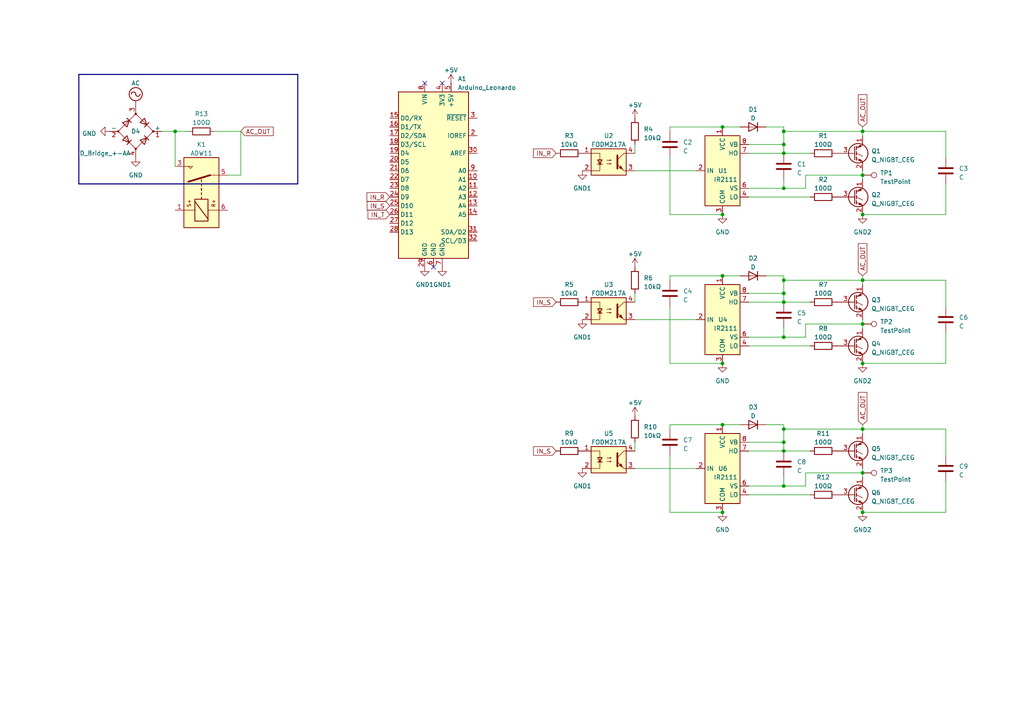
<source format=kicad_sch>
(kicad_sch (version 20230121) (generator eeschema)

  (uuid fc6cde03-f60b-4bdb-9eb4-2d14289425bd)

  (paper "A4")

  (lib_symbols
    (symbol "Connector:TestPoint" (pin_numbers hide) (pin_names (offset 0.762) hide) (in_bom yes) (on_board yes)
      (property "Reference" "TP" (at 0 6.858 0)
        (effects (font (size 1.27 1.27)))
      )
      (property "Value" "TestPoint" (at 0 5.08 0)
        (effects (font (size 1.27 1.27)))
      )
      (property "Footprint" "" (at 5.08 0 0)
        (effects (font (size 1.27 1.27)) hide)
      )
      (property "Datasheet" "~" (at 5.08 0 0)
        (effects (font (size 1.27 1.27)) hide)
      )
      (property "ki_keywords" "test point tp" (at 0 0 0)
        (effects (font (size 1.27 1.27)) hide)
      )
      (property "ki_description" "test point" (at 0 0 0)
        (effects (font (size 1.27 1.27)) hide)
      )
      (property "ki_fp_filters" "Pin* Test*" (at 0 0 0)
        (effects (font (size 1.27 1.27)) hide)
      )
      (symbol "TestPoint_0_1"
        (circle (center 0 3.302) (radius 0.762)
          (stroke (width 0) (type default))
          (fill (type none))
        )
      )
      (symbol "TestPoint_1_1"
        (pin passive line (at 0 0 90) (length 2.54)
          (name "1" (effects (font (size 1.27 1.27))))
          (number "1" (effects (font (size 1.27 1.27))))
        )
      )
    )
    (symbol "Device:C" (pin_numbers hide) (pin_names (offset 0.254)) (in_bom yes) (on_board yes)
      (property "Reference" "C" (at 0.635 2.54 0)
        (effects (font (size 1.27 1.27)) (justify left))
      )
      (property "Value" "C" (at 0.635 -2.54 0)
        (effects (font (size 1.27 1.27)) (justify left))
      )
      (property "Footprint" "" (at 0.9652 -3.81 0)
        (effects (font (size 1.27 1.27)) hide)
      )
      (property "Datasheet" "~" (at 0 0 0)
        (effects (font (size 1.27 1.27)) hide)
      )
      (property "ki_keywords" "cap capacitor" (at 0 0 0)
        (effects (font (size 1.27 1.27)) hide)
      )
      (property "ki_description" "Unpolarized capacitor" (at 0 0 0)
        (effects (font (size 1.27 1.27)) hide)
      )
      (property "ki_fp_filters" "C_*" (at 0 0 0)
        (effects (font (size 1.27 1.27)) hide)
      )
      (symbol "C_0_1"
        (polyline
          (pts
            (xy -2.032 -0.762)
            (xy 2.032 -0.762)
          )
          (stroke (width 0.508) (type default))
          (fill (type none))
        )
        (polyline
          (pts
            (xy -2.032 0.762)
            (xy 2.032 0.762)
          )
          (stroke (width 0.508) (type default))
          (fill (type none))
        )
      )
      (symbol "C_1_1"
        (pin passive line (at 0 3.81 270) (length 2.794)
          (name "~" (effects (font (size 1.27 1.27))))
          (number "1" (effects (font (size 1.27 1.27))))
        )
        (pin passive line (at 0 -3.81 90) (length 2.794)
          (name "~" (effects (font (size 1.27 1.27))))
          (number "2" (effects (font (size 1.27 1.27))))
        )
      )
    )
    (symbol "Device:D" (pin_numbers hide) (pin_names (offset 1.016) hide) (in_bom yes) (on_board yes)
      (property "Reference" "D" (at 0 2.54 0)
        (effects (font (size 1.27 1.27)))
      )
      (property "Value" "D" (at 0 -2.54 0)
        (effects (font (size 1.27 1.27)))
      )
      (property "Footprint" "" (at 0 0 0)
        (effects (font (size 1.27 1.27)) hide)
      )
      (property "Datasheet" "~" (at 0 0 0)
        (effects (font (size 1.27 1.27)) hide)
      )
      (property "Sim.Device" "D" (at 0 0 0)
        (effects (font (size 1.27 1.27)) hide)
      )
      (property "Sim.Pins" "1=K 2=A" (at 0 0 0)
        (effects (font (size 1.27 1.27)) hide)
      )
      (property "ki_keywords" "diode" (at 0 0 0)
        (effects (font (size 1.27 1.27)) hide)
      )
      (property "ki_description" "Diode" (at 0 0 0)
        (effects (font (size 1.27 1.27)) hide)
      )
      (property "ki_fp_filters" "TO-???* *_Diode_* *SingleDiode* D_*" (at 0 0 0)
        (effects (font (size 1.27 1.27)) hide)
      )
      (symbol "D_0_1"
        (polyline
          (pts
            (xy -1.27 1.27)
            (xy -1.27 -1.27)
          )
          (stroke (width 0.254) (type default))
          (fill (type none))
        )
        (polyline
          (pts
            (xy 1.27 0)
            (xy -1.27 0)
          )
          (stroke (width 0) (type default))
          (fill (type none))
        )
        (polyline
          (pts
            (xy 1.27 1.27)
            (xy 1.27 -1.27)
            (xy -1.27 0)
            (xy 1.27 1.27)
          )
          (stroke (width 0.254) (type default))
          (fill (type none))
        )
      )
      (symbol "D_1_1"
        (pin passive line (at -3.81 0 0) (length 2.54)
          (name "K" (effects (font (size 1.27 1.27))))
          (number "1" (effects (font (size 1.27 1.27))))
        )
        (pin passive line (at 3.81 0 180) (length 2.54)
          (name "A" (effects (font (size 1.27 1.27))))
          (number "2" (effects (font (size 1.27 1.27))))
        )
      )
    )
    (symbol "Device:D_Bridge_+-AA" (pin_names (offset 0)) (in_bom yes) (on_board yes)
      (property "Reference" "D" (at 2.54 6.985 0)
        (effects (font (size 1.27 1.27)) (justify left))
      )
      (property "Value" "D_Bridge_+-AA" (at 2.54 5.08 0)
        (effects (font (size 1.27 1.27)) (justify left))
      )
      (property "Footprint" "" (at 0 0 0)
        (effects (font (size 1.27 1.27)) hide)
      )
      (property "Datasheet" "~" (at 0 0 0)
        (effects (font (size 1.27 1.27)) hide)
      )
      (property "ki_keywords" "rectifier ACDC" (at 0 0 0)
        (effects (font (size 1.27 1.27)) hide)
      )
      (property "ki_description" "Diode bridge, +ve/-ve/AC/AC" (at 0 0 0)
        (effects (font (size 1.27 1.27)) hide)
      )
      (property "ki_fp_filters" "D*Bridge* D*Rectifier*" (at 0 0 0)
        (effects (font (size 1.27 1.27)) hide)
      )
      (symbol "D_Bridge_+-AA_0_1"
        (circle (center -5.08 0) (radius 0.254)
          (stroke (width 0) (type default))
          (fill (type outline))
        )
        (circle (center 0 -5.08) (radius 0.254)
          (stroke (width 0) (type default))
          (fill (type outline))
        )
        (polyline
          (pts
            (xy -2.54 3.81)
            (xy -1.27 2.54)
          )
          (stroke (width 0.254) (type default))
          (fill (type none))
        )
        (polyline
          (pts
            (xy -1.27 -2.54)
            (xy -2.54 -3.81)
          )
          (stroke (width 0.254) (type default))
          (fill (type none))
        )
        (polyline
          (pts
            (xy 2.54 -1.27)
            (xy 3.81 -2.54)
          )
          (stroke (width 0.254) (type default))
          (fill (type none))
        )
        (polyline
          (pts
            (xy 2.54 1.27)
            (xy 3.81 2.54)
          )
          (stroke (width 0.254) (type default))
          (fill (type none))
        )
        (polyline
          (pts
            (xy -3.81 2.54)
            (xy -2.54 1.27)
            (xy -1.905 3.175)
            (xy -3.81 2.54)
          )
          (stroke (width 0.254) (type default))
          (fill (type none))
        )
        (polyline
          (pts
            (xy -2.54 -1.27)
            (xy -3.81 -2.54)
            (xy -1.905 -3.175)
            (xy -2.54 -1.27)
          )
          (stroke (width 0.254) (type default))
          (fill (type none))
        )
        (polyline
          (pts
            (xy 1.27 2.54)
            (xy 2.54 3.81)
            (xy 3.175 1.905)
            (xy 1.27 2.54)
          )
          (stroke (width 0.254) (type default))
          (fill (type none))
        )
        (polyline
          (pts
            (xy 3.175 -1.905)
            (xy 1.27 -2.54)
            (xy 2.54 -3.81)
            (xy 3.175 -1.905)
          )
          (stroke (width 0.254) (type default))
          (fill (type none))
        )
        (polyline
          (pts
            (xy -5.08 0)
            (xy 0 -5.08)
            (xy 5.08 0)
            (xy 0 5.08)
            (xy -5.08 0)
          )
          (stroke (width 0) (type default))
          (fill (type none))
        )
        (circle (center 0 5.08) (radius 0.254)
          (stroke (width 0) (type default))
          (fill (type outline))
        )
        (circle (center 5.08 0) (radius 0.254)
          (stroke (width 0) (type default))
          (fill (type outline))
        )
      )
      (symbol "D_Bridge_+-AA_1_1"
        (pin passive line (at 7.62 0 180) (length 2.54)
          (name "+" (effects (font (size 1.27 1.27))))
          (number "1" (effects (font (size 1.27 1.27))))
        )
        (pin passive line (at -7.62 0 0) (length 2.54)
          (name "-" (effects (font (size 1.27 1.27))))
          (number "2" (effects (font (size 1.27 1.27))))
        )
        (pin passive line (at 0 7.62 270) (length 2.54)
          (name "~" (effects (font (size 1.27 1.27))))
          (number "3" (effects (font (size 1.27 1.27))))
        )
        (pin passive line (at 0 -7.62 90) (length 2.54)
          (name "~" (effects (font (size 1.27 1.27))))
          (number "4" (effects (font (size 1.27 1.27))))
        )
      )
    )
    (symbol "Device:Q_NIGBT_CEG" (pin_names (offset 0) hide) (in_bom yes) (on_board yes)
      (property "Reference" "Q" (at 5.08 1.27 0)
        (effects (font (size 1.27 1.27)) (justify left))
      )
      (property "Value" "Q_NIGBT_CEG" (at 5.08 -1.27 0)
        (effects (font (size 1.27 1.27)) (justify left))
      )
      (property "Footprint" "" (at 5.08 2.54 0)
        (effects (font (size 1.27 1.27)) hide)
      )
      (property "Datasheet" "~" (at 0 0 0)
        (effects (font (size 1.27 1.27)) hide)
      )
      (property "ki_keywords" "transistor IGBT N-IGBT" (at 0 0 0)
        (effects (font (size 1.27 1.27)) hide)
      )
      (property "ki_description" "N-IGBT transistor, collector/emitter/gate" (at 0 0 0)
        (effects (font (size 1.27 1.27)) hide)
      )
      (symbol "Q_NIGBT_CEG_0_1"
        (polyline
          (pts
            (xy 0.762 -1.016)
            (xy 0.762 -2.032)
          )
          (stroke (width 0.254) (type default))
          (fill (type none))
        )
        (polyline
          (pts
            (xy 0.762 0.508)
            (xy 0.762 -0.508)
          )
          (stroke (width 0.254) (type default))
          (fill (type none))
        )
        (polyline
          (pts
            (xy 0.762 2.032)
            (xy 0.762 1.016)
          )
          (stroke (width 0.254) (type default))
          (fill (type none))
        )
        (polyline
          (pts
            (xy 2.54 -2.413)
            (xy 0.762 -1.524)
          )
          (stroke (width 0) (type default))
          (fill (type none))
        )
        (polyline
          (pts
            (xy 2.54 -0.889)
            (xy 0.762 0)
          )
          (stroke (width 0) (type default))
          (fill (type none))
        )
        (polyline
          (pts
            (xy 2.54 2.413)
            (xy 0.762 1.524)
          )
          (stroke (width 0) (type default))
          (fill (type none))
        )
        (polyline
          (pts
            (xy 0.254 1.905)
            (xy 0.254 -1.905)
            (xy 0.254 -1.905)
          )
          (stroke (width 0.254) (type default))
          (fill (type none))
        )
        (polyline
          (pts
            (xy 1.397 -2.159)
            (xy 1.651 -1.651)
            (xy 2.54 -2.413)
            (xy 1.397 -2.159)
          )
          (stroke (width 0) (type default))
          (fill (type outline))
        )
        (polyline
          (pts
            (xy 2.159 1.905)
            (xy 1.905 2.413)
            (xy 1.016 1.651)
            (xy 2.159 1.905)
          )
          (stroke (width 0) (type default))
          (fill (type outline))
        )
        (circle (center 1.27 0) (radius 2.8194)
          (stroke (width 0.254) (type default))
          (fill (type none))
        )
      )
      (symbol "Q_NIGBT_CEG_1_1"
        (pin passive line (at 2.54 5.08 270) (length 2.54)
          (name "C" (effects (font (size 1.27 1.27))))
          (number "1" (effects (font (size 1.27 1.27))))
        )
        (pin passive line (at 2.54 -5.08 90) (length 2.54)
          (name "E" (effects (font (size 1.27 1.27))))
          (number "2" (effects (font (size 1.27 1.27))))
        )
        (pin input line (at -5.08 0 0) (length 5.334)
          (name "G" (effects (font (size 1.27 1.27))))
          (number "3" (effects (font (size 1.27 1.27))))
        )
      )
    )
    (symbol "Device:R" (pin_numbers hide) (pin_names (offset 0)) (in_bom yes) (on_board yes)
      (property "Reference" "R" (at 2.032 0 90)
        (effects (font (size 1.27 1.27)))
      )
      (property "Value" "R" (at 0 0 90)
        (effects (font (size 1.27 1.27)))
      )
      (property "Footprint" "" (at -1.778 0 90)
        (effects (font (size 1.27 1.27)) hide)
      )
      (property "Datasheet" "~" (at 0 0 0)
        (effects (font (size 1.27 1.27)) hide)
      )
      (property "ki_keywords" "R res resistor" (at 0 0 0)
        (effects (font (size 1.27 1.27)) hide)
      )
      (property "ki_description" "Resistor" (at 0 0 0)
        (effects (font (size 1.27 1.27)) hide)
      )
      (property "ki_fp_filters" "R_*" (at 0 0 0)
        (effects (font (size 1.27 1.27)) hide)
      )
      (symbol "R_0_1"
        (rectangle (start -1.016 -2.54) (end 1.016 2.54)
          (stroke (width 0.254) (type default))
          (fill (type none))
        )
      )
      (symbol "R_1_1"
        (pin passive line (at 0 3.81 270) (length 1.27)
          (name "~" (effects (font (size 1.27 1.27))))
          (number "1" (effects (font (size 1.27 1.27))))
        )
        (pin passive line (at 0 -3.81 90) (length 1.27)
          (name "~" (effects (font (size 1.27 1.27))))
          (number "2" (effects (font (size 1.27 1.27))))
        )
      )
    )
    (symbol "Driver_FET:IR2111" (in_bom yes) (on_board yes)
      (property "Reference" "U" (at 1.27 13.335 0)
        (effects (font (size 1.27 1.27)) (justify left))
      )
      (property "Value" "IR2111" (at 1.27 11.43 0)
        (effects (font (size 1.27 1.27)) (justify left))
      )
      (property "Footprint" "" (at 0 0 0)
        (effects (font (size 1.27 1.27) italic) hide)
      )
      (property "Datasheet" "https://www.infineon.com/dgdl/ir2111.pdf?fileId=5546d462533600a4015355c810e51682" (at 0 0 0)
        (effects (font (size 1.27 1.27)) hide)
      )
      (property "ki_keywords" "Gate Driver" (at 0 0 0)
        (effects (font (size 1.27 1.27)) hide)
      )
      (property "ki_description" "Half-Bridge Driver, 600V, 250/500mA, PDIP-8/SOIC-8" (at 0 0 0)
        (effects (font (size 1.27 1.27)) hide)
      )
      (property "ki_fp_filters" "SOIC*3.9x4.9mm*P1.27mm* DIP*W7.62mm*" (at 0 0 0)
        (effects (font (size 1.27 1.27)) hide)
      )
      (symbol "IR2111_0_1"
        (rectangle (start -5.08 -10.16) (end 5.08 10.16)
          (stroke (width 0.254) (type default))
          (fill (type background))
        )
      )
      (symbol "IR2111_1_1"
        (pin power_in line (at 0 12.7 270) (length 2.54)
          (name "VCC" (effects (font (size 1.27 1.27))))
          (number "1" (effects (font (size 1.27 1.27))))
        )
        (pin input line (at -7.62 0 0) (length 2.54)
          (name "IN" (effects (font (size 1.27 1.27))))
          (number "2" (effects (font (size 1.27 1.27))))
        )
        (pin power_in line (at 0 -12.7 90) (length 2.54)
          (name "COM" (effects (font (size 1.27 1.27))))
          (number "3" (effects (font (size 1.27 1.27))))
        )
        (pin output line (at 7.62 -7.62 180) (length 2.54)
          (name "LO" (effects (font (size 1.27 1.27))))
          (number "4" (effects (font (size 1.27 1.27))))
        )
        (pin no_connect line (at -5.08 7.62 0) (length 2.54) hide
          (name "NC" (effects (font (size 1.27 1.27))))
          (number "5" (effects (font (size 1.27 1.27))))
        )
        (pin passive line (at 7.62 -5.08 180) (length 2.54)
          (name "VS" (effects (font (size 1.27 1.27))))
          (number "6" (effects (font (size 1.27 1.27))))
        )
        (pin output line (at 7.62 5.08 180) (length 2.54)
          (name "HO" (effects (font (size 1.27 1.27))))
          (number "7" (effects (font (size 1.27 1.27))))
        )
        (pin passive line (at 7.62 7.62 180) (length 2.54)
          (name "VB" (effects (font (size 1.27 1.27))))
          (number "8" (effects (font (size 1.27 1.27))))
        )
      )
    )
    (symbol "Isolator:FODM217A" (in_bom yes) (on_board yes)
      (property "Reference" "U" (at -5.08 5.08 0)
        (effects (font (size 1.27 1.27)) (justify left))
      )
      (property "Value" "FODM217A" (at 0 5.08 0)
        (effects (font (size 1.27 1.27)) (justify left))
      )
      (property "Footprint" "Package_SO:SOP-4_4.4x2.6mm_P1.27mm" (at 0 -5.08 0)
        (effects (font (size 1.27 1.27) italic) hide)
      )
      (property "Datasheet" "https://www.onsemi.com/pub/Collateral/FODM214-D.PDF" (at 0 0 0)
        (effects (font (size 1.27 1.27)) (justify left) hide)
      )
      (property "ki_keywords" "DC Phototransistor Optocoupler" (at 0 0 0)
        (effects (font (size 1.27 1.27)) hide)
      )
      (property "ki_description" "DC Optocoupler, Vce 80V, CTR 80-160%, SOP-4" (at 0 0 0)
        (effects (font (size 1.27 1.27)) hide)
      )
      (property "ki_fp_filters" "SOP*4.4x2.6mm*P1.27mm*" (at 0 0 0)
        (effects (font (size 1.27 1.27)) hide)
      )
      (symbol "FODM217A_0_1"
        (rectangle (start -5.08 3.81) (end 5.08 -3.81)
          (stroke (width 0.254) (type default))
          (fill (type background))
        )
        (polyline
          (pts
            (xy -3.175 -0.635)
            (xy -1.905 -0.635)
          )
          (stroke (width 0.254) (type default))
          (fill (type none))
        )
        (polyline
          (pts
            (xy 2.54 0.635)
            (xy 4.445 2.54)
          )
          (stroke (width 0) (type default))
          (fill (type none))
        )
        (polyline
          (pts
            (xy 4.445 -2.54)
            (xy 2.54 -0.635)
          )
          (stroke (width 0) (type default))
          (fill (type outline))
        )
        (polyline
          (pts
            (xy 4.445 -2.54)
            (xy 5.08 -2.54)
          )
          (stroke (width 0) (type default))
          (fill (type none))
        )
        (polyline
          (pts
            (xy 4.445 2.54)
            (xy 5.08 2.54)
          )
          (stroke (width 0) (type default))
          (fill (type none))
        )
        (polyline
          (pts
            (xy -5.08 2.54)
            (xy -2.54 2.54)
            (xy -2.54 -0.635)
          )
          (stroke (width 0) (type default))
          (fill (type none))
        )
        (polyline
          (pts
            (xy -2.54 -0.635)
            (xy -2.54 -2.54)
            (xy -5.08 -2.54)
          )
          (stroke (width 0) (type default))
          (fill (type none))
        )
        (polyline
          (pts
            (xy 2.54 1.905)
            (xy 2.54 -1.905)
            (xy 2.54 -1.905)
          )
          (stroke (width 0.508) (type default))
          (fill (type none))
        )
        (polyline
          (pts
            (xy -2.54 -0.635)
            (xy -3.175 0.635)
            (xy -1.905 0.635)
            (xy -2.54 -0.635)
          )
          (stroke (width 0.254) (type default))
          (fill (type none))
        )
        (polyline
          (pts
            (xy -0.508 -0.508)
            (xy 0.762 -0.508)
            (xy 0.381 -0.635)
            (xy 0.381 -0.381)
            (xy 0.762 -0.508)
          )
          (stroke (width 0) (type default))
          (fill (type none))
        )
        (polyline
          (pts
            (xy -0.508 0.508)
            (xy 0.762 0.508)
            (xy 0.381 0.381)
            (xy 0.381 0.635)
            (xy 0.762 0.508)
          )
          (stroke (width 0) (type default))
          (fill (type none))
        )
        (polyline
          (pts
            (xy 3.048 -1.651)
            (xy 3.556 -1.143)
            (xy 4.064 -2.159)
            (xy 3.048 -1.651)
            (xy 3.048 -1.651)
          )
          (stroke (width 0) (type default))
          (fill (type outline))
        )
      )
      (symbol "FODM217A_1_1"
        (pin passive line (at -7.62 2.54 0) (length 2.54)
          (name "~" (effects (font (size 1.27 1.27))))
          (number "1" (effects (font (size 1.27 1.27))))
        )
        (pin passive line (at -7.62 -2.54 0) (length 2.54)
          (name "~" (effects (font (size 1.27 1.27))))
          (number "2" (effects (font (size 1.27 1.27))))
        )
        (pin passive line (at 7.62 -2.54 180) (length 2.54)
          (name "~" (effects (font (size 1.27 1.27))))
          (number "3" (effects (font (size 1.27 1.27))))
        )
        (pin passive line (at 7.62 2.54 180) (length 2.54)
          (name "~" (effects (font (size 1.27 1.27))))
          (number "4" (effects (font (size 1.27 1.27))))
        )
      )
    )
    (symbol "MCU_Module:Arduino_Leonardo" (in_bom yes) (on_board yes)
      (property "Reference" "A" (at -10.16 23.495 0)
        (effects (font (size 1.27 1.27)) (justify left bottom))
      )
      (property "Value" "Arduino_Leonardo" (at 5.08 -26.67 0)
        (effects (font (size 1.27 1.27)) (justify left top))
      )
      (property "Footprint" "Module:Arduino_UNO_R3" (at 0 0 0)
        (effects (font (size 1.27 1.27) italic) hide)
      )
      (property "Datasheet" "https://www.arduino.cc/en/Main/ArduinoBoardLeonardo" (at 0 0 0)
        (effects (font (size 1.27 1.27)) hide)
      )
      (property "ki_keywords" "Arduino LEONARDO Microcontroller Module Atmel AVR USB" (at 0 0 0)
        (effects (font (size 1.27 1.27)) hide)
      )
      (property "ki_description" "Arduino LEONARDO Microcontroller Module" (at 0 0 0)
        (effects (font (size 1.27 1.27)) hide)
      )
      (property "ki_fp_filters" "Arduino*UNO*R3*" (at 0 0 0)
        (effects (font (size 1.27 1.27)) hide)
      )
      (symbol "Arduino_Leonardo_0_1"
        (rectangle (start -10.16 22.86) (end 10.16 -25.4)
          (stroke (width 0.254) (type default))
          (fill (type background))
        )
      )
      (symbol "Arduino_Leonardo_1_1"
        (pin no_connect line (at -10.16 -20.32 0) (length 2.54) hide
          (name "NC" (effects (font (size 1.27 1.27))))
          (number "1" (effects (font (size 1.27 1.27))))
        )
        (pin bidirectional line (at 12.7 -2.54 180) (length 2.54)
          (name "A1" (effects (font (size 1.27 1.27))))
          (number "10" (effects (font (size 1.27 1.27))))
        )
        (pin bidirectional line (at 12.7 -5.08 180) (length 2.54)
          (name "A2" (effects (font (size 1.27 1.27))))
          (number "11" (effects (font (size 1.27 1.27))))
        )
        (pin bidirectional line (at 12.7 -7.62 180) (length 2.54)
          (name "A3" (effects (font (size 1.27 1.27))))
          (number "12" (effects (font (size 1.27 1.27))))
        )
        (pin bidirectional line (at 12.7 -10.16 180) (length 2.54)
          (name "A4" (effects (font (size 1.27 1.27))))
          (number "13" (effects (font (size 1.27 1.27))))
        )
        (pin bidirectional line (at 12.7 -12.7 180) (length 2.54)
          (name "A5" (effects (font (size 1.27 1.27))))
          (number "14" (effects (font (size 1.27 1.27))))
        )
        (pin bidirectional line (at -12.7 15.24 0) (length 2.54)
          (name "D0/RX" (effects (font (size 1.27 1.27))))
          (number "15" (effects (font (size 1.27 1.27))))
        )
        (pin bidirectional line (at -12.7 12.7 0) (length 2.54)
          (name "D1/TX" (effects (font (size 1.27 1.27))))
          (number "16" (effects (font (size 1.27 1.27))))
        )
        (pin bidirectional line (at -12.7 10.16 0) (length 2.54)
          (name "D2/SDA" (effects (font (size 1.27 1.27))))
          (number "17" (effects (font (size 1.27 1.27))))
        )
        (pin bidirectional line (at -12.7 7.62 0) (length 2.54)
          (name "D3/SCL" (effects (font (size 1.27 1.27))))
          (number "18" (effects (font (size 1.27 1.27))))
        )
        (pin bidirectional line (at -12.7 5.08 0) (length 2.54)
          (name "D4" (effects (font (size 1.27 1.27))))
          (number "19" (effects (font (size 1.27 1.27))))
        )
        (pin output line (at 12.7 10.16 180) (length 2.54)
          (name "IOREF" (effects (font (size 1.27 1.27))))
          (number "2" (effects (font (size 1.27 1.27))))
        )
        (pin bidirectional line (at -12.7 2.54 0) (length 2.54)
          (name "D5" (effects (font (size 1.27 1.27))))
          (number "20" (effects (font (size 1.27 1.27))))
        )
        (pin bidirectional line (at -12.7 0 0) (length 2.54)
          (name "D6" (effects (font (size 1.27 1.27))))
          (number "21" (effects (font (size 1.27 1.27))))
        )
        (pin bidirectional line (at -12.7 -2.54 0) (length 2.54)
          (name "D7" (effects (font (size 1.27 1.27))))
          (number "22" (effects (font (size 1.27 1.27))))
        )
        (pin bidirectional line (at -12.7 -5.08 0) (length 2.54)
          (name "D8" (effects (font (size 1.27 1.27))))
          (number "23" (effects (font (size 1.27 1.27))))
        )
        (pin bidirectional line (at -12.7 -7.62 0) (length 2.54)
          (name "D9" (effects (font (size 1.27 1.27))))
          (number "24" (effects (font (size 1.27 1.27))))
        )
        (pin bidirectional line (at -12.7 -10.16 0) (length 2.54)
          (name "D10" (effects (font (size 1.27 1.27))))
          (number "25" (effects (font (size 1.27 1.27))))
        )
        (pin bidirectional line (at -12.7 -12.7 0) (length 2.54)
          (name "D11" (effects (font (size 1.27 1.27))))
          (number "26" (effects (font (size 1.27 1.27))))
        )
        (pin bidirectional line (at -12.7 -15.24 0) (length 2.54)
          (name "D12" (effects (font (size 1.27 1.27))))
          (number "27" (effects (font (size 1.27 1.27))))
        )
        (pin bidirectional line (at -12.7 -17.78 0) (length 2.54)
          (name "D13" (effects (font (size 1.27 1.27))))
          (number "28" (effects (font (size 1.27 1.27))))
        )
        (pin power_in line (at -2.54 -27.94 90) (length 2.54)
          (name "GND" (effects (font (size 1.27 1.27))))
          (number "29" (effects (font (size 1.27 1.27))))
        )
        (pin input line (at 12.7 15.24 180) (length 2.54)
          (name "~{RESET}" (effects (font (size 1.27 1.27))))
          (number "3" (effects (font (size 1.27 1.27))))
        )
        (pin input line (at 12.7 5.08 180) (length 2.54)
          (name "AREF" (effects (font (size 1.27 1.27))))
          (number "30" (effects (font (size 1.27 1.27))))
        )
        (pin bidirectional line (at 12.7 -17.78 180) (length 2.54)
          (name "SDA/D2" (effects (font (size 1.27 1.27))))
          (number "31" (effects (font (size 1.27 1.27))))
        )
        (pin bidirectional line (at 12.7 -20.32 180) (length 2.54)
          (name "SCL/D3" (effects (font (size 1.27 1.27))))
          (number "32" (effects (font (size 1.27 1.27))))
        )
        (pin power_out line (at 2.54 25.4 270) (length 2.54)
          (name "3V3" (effects (font (size 1.27 1.27))))
          (number "4" (effects (font (size 1.27 1.27))))
        )
        (pin power_out line (at 5.08 25.4 270) (length 2.54)
          (name "+5V" (effects (font (size 1.27 1.27))))
          (number "5" (effects (font (size 1.27 1.27))))
        )
        (pin power_in line (at 0 -27.94 90) (length 2.54)
          (name "GND" (effects (font (size 1.27 1.27))))
          (number "6" (effects (font (size 1.27 1.27))))
        )
        (pin power_in line (at 2.54 -27.94 90) (length 2.54)
          (name "GND" (effects (font (size 1.27 1.27))))
          (number "7" (effects (font (size 1.27 1.27))))
        )
        (pin power_in line (at -2.54 25.4 270) (length 2.54)
          (name "VIN" (effects (font (size 1.27 1.27))))
          (number "8" (effects (font (size 1.27 1.27))))
        )
        (pin bidirectional line (at 12.7 0 180) (length 2.54)
          (name "A0" (effects (font (size 1.27 1.27))))
          (number "9" (effects (font (size 1.27 1.27))))
        )
      )
    )
    (symbol "Relay:ADW11" (in_bom yes) (on_board yes)
      (property "Reference" "K" (at 11.43 3.81 0)
        (effects (font (size 1.27 1.27)))
      )
      (property "Value" "ADW11" (at 13.97 1.27 0)
        (effects (font (size 1.27 1.27)))
      )
      (property "Footprint" "Relay_THT:Relay_1P1T_NO_10x24x18.8mm_Panasonic_ADW11xxxxW_THT" (at 33.655 -1.27 0)
        (effects (font (size 1.27 1.27)) hide)
      )
      (property "Datasheet" "https://www.panasonic-electric-works.com/pew/es/downloads/ds_dw_hl_en.pdf" (at 0 0 0)
        (effects (font (size 1.27 1.27)) hide)
      )
      (property "ki_keywords" "SPST 1P1T" (at 0 0 0)
        (effects (font (size 1.27 1.27)) hide)
      )
      (property "ki_description" "Panasonic, 8A/16A, Small Polarized Latching Power Relays, Single coil, 1 Form A" (at 0 0 0)
        (effects (font (size 1.27 1.27)) hide)
      )
      (property "ki_fp_filters" "Relay*1P1T*NO*Panasonic*ADW11xxxxW*" (at 0 0 0)
        (effects (font (size 1.27 1.27)) hide)
      )
      (symbol "ADW11_1_1"
        (rectangle (start -10.16 5.08) (end 10.16 -5.08)
          (stroke (width 0.254) (type default))
          (fill (type background))
        )
        (rectangle (start -8.255 1.905) (end -1.905 -1.905)
          (stroke (width 0.254) (type default))
          (fill (type none))
        )
        (polyline
          (pts
            (xy -7.62 -1.905)
            (xy -2.54 1.905)
          )
          (stroke (width 0.254) (type default))
          (fill (type none))
        )
        (polyline
          (pts
            (xy -5.08 -5.08)
            (xy -5.08 -1.905)
          )
          (stroke (width 0) (type default))
          (fill (type none))
        )
        (polyline
          (pts
            (xy -5.08 5.08)
            (xy -5.08 1.905)
          )
          (stroke (width 0) (type default))
          (fill (type none))
        )
        (polyline
          (pts
            (xy -1.905 0)
            (xy -1.27 0)
          )
          (stroke (width 0.254) (type default))
          (fill (type none))
        )
        (polyline
          (pts
            (xy -0.635 0)
            (xy 0 0)
          )
          (stroke (width 0.254) (type default))
          (fill (type none))
        )
        (polyline
          (pts
            (xy 0.635 0)
            (xy 1.27 0)
          )
          (stroke (width 0.254) (type default))
          (fill (type none))
        )
        (polyline
          (pts
            (xy 0.635 0)
            (xy 1.27 0)
          )
          (stroke (width 0.254) (type default))
          (fill (type none))
        )
        (polyline
          (pts
            (xy 1.905 0)
            (xy 2.54 0)
          )
          (stroke (width 0.254) (type default))
          (fill (type none))
        )
        (polyline
          (pts
            (xy 3.175 0)
            (xy 3.81 0)
          )
          (stroke (width 0.254) (type default))
          (fill (type none))
        )
        (polyline
          (pts
            (xy 5.08 -2.54)
            (xy 3.175 3.81)
          )
          (stroke (width 0.508) (type default))
          (fill (type none))
        )
        (polyline
          (pts
            (xy 5.08 -2.54)
            (xy 5.08 -5.08)
          )
          (stroke (width 0) (type default))
          (fill (type none))
        )
        (polyline
          (pts
            (xy 7.62 3.81)
            (xy 7.62 5.08)
          )
          (stroke (width 0) (type default))
          (fill (type none))
        )
        (polyline
          (pts
            (xy 7.62 3.81)
            (xy 7.62 2.54)
            (xy 6.985 3.175)
            (xy 7.62 3.81)
          )
          (stroke (width 0) (type default))
          (fill (type none))
        )
        (text "R+" (at -3.048 -3.556 0)
          (effects (font (size 1.016 1.016)))
        )
        (text "S+" (at -3.048 3.556 0)
          (effects (font (size 1.016 1.016)))
        )
        (pin passive line (at -5.08 7.62 270) (length 2.54)
          (name "~" (effects (font (size 1.27 1.27))))
          (number "1" (effects (font (size 1.27 1.27))))
        )
        (pin passive line (at 7.62 7.62 270) (length 2.54)
          (name "~" (effects (font (size 1.27 1.27))))
          (number "3" (effects (font (size 1.27 1.27))))
        )
        (pin passive line (at 5.08 -7.62 90) (length 2.54)
          (name "~" (effects (font (size 1.27 1.27))))
          (number "5" (effects (font (size 1.27 1.27))))
        )
        (pin passive line (at -5.08 -7.62 90) (length 2.54)
          (name "~" (effects (font (size 1.27 1.27))))
          (number "6" (effects (font (size 1.27 1.27))))
        )
      )
    )
    (symbol "power:+5V" (power) (pin_names (offset 0)) (in_bom yes) (on_board yes)
      (property "Reference" "#PWR" (at 0 -3.81 0)
        (effects (font (size 1.27 1.27)) hide)
      )
      (property "Value" "+5V" (at 0 3.556 0)
        (effects (font (size 1.27 1.27)))
      )
      (property "Footprint" "" (at 0 0 0)
        (effects (font (size 1.27 1.27)) hide)
      )
      (property "Datasheet" "" (at 0 0 0)
        (effects (font (size 1.27 1.27)) hide)
      )
      (property "ki_keywords" "global power" (at 0 0 0)
        (effects (font (size 1.27 1.27)) hide)
      )
      (property "ki_description" "Power symbol creates a global label with name \"+5V\"" (at 0 0 0)
        (effects (font (size 1.27 1.27)) hide)
      )
      (symbol "+5V_0_1"
        (polyline
          (pts
            (xy -0.762 1.27)
            (xy 0 2.54)
          )
          (stroke (width 0) (type default))
          (fill (type none))
        )
        (polyline
          (pts
            (xy 0 0)
            (xy 0 2.54)
          )
          (stroke (width 0) (type default))
          (fill (type none))
        )
        (polyline
          (pts
            (xy 0 2.54)
            (xy 0.762 1.27)
          )
          (stroke (width 0) (type default))
          (fill (type none))
        )
      )
      (symbol "+5V_1_1"
        (pin power_in line (at 0 0 90) (length 0) hide
          (name "+5V" (effects (font (size 1.27 1.27))))
          (number "1" (effects (font (size 1.27 1.27))))
        )
      )
    )
    (symbol "power:AC" (power) (pin_names (offset 0)) (in_bom yes) (on_board yes)
      (property "Reference" "#PWR" (at 0 -2.54 0)
        (effects (font (size 1.27 1.27)) hide)
      )
      (property "Value" "AC" (at 0 6.35 0)
        (effects (font (size 1.27 1.27)))
      )
      (property "Footprint" "" (at 0 0 0)
        (effects (font (size 1.27 1.27)) hide)
      )
      (property "Datasheet" "" (at 0 0 0)
        (effects (font (size 1.27 1.27)) hide)
      )
      (property "ki_keywords" "global power" (at 0 0 0)
        (effects (font (size 1.27 1.27)) hide)
      )
      (property "ki_description" "Power symbol creates a global label with name \"AC\"" (at 0 0 0)
        (effects (font (size 1.27 1.27)) hide)
      )
      (symbol "AC_0_1"
        (polyline
          (pts
            (xy 0 0)
            (xy 0 1.27)
          )
          (stroke (width 0) (type default))
          (fill (type none))
        )
        (arc (start 0 3.175) (mid -0.635 3.8073) (end -1.27 3.175)
          (stroke (width 0.254) (type default))
          (fill (type none))
        )
        (arc (start 0 3.175) (mid 0.635 2.5427) (end 1.27 3.175)
          (stroke (width 0.254) (type default))
          (fill (type none))
        )
        (circle (center 0 3.175) (radius 1.905)
          (stroke (width 0.254) (type default))
          (fill (type none))
        )
      )
      (symbol "AC_1_1"
        (pin power_in line (at 0 0 90) (length 0) hide
          (name "AC" (effects (font (size 1.27 1.27))))
          (number "1" (effects (font (size 1.27 1.27))))
        )
      )
    )
    (symbol "power:GND" (power) (pin_names (offset 0)) (in_bom yes) (on_board yes)
      (property "Reference" "#PWR" (at 0 -6.35 0)
        (effects (font (size 1.27 1.27)) hide)
      )
      (property "Value" "GND" (at 0 -3.81 0)
        (effects (font (size 1.27 1.27)))
      )
      (property "Footprint" "" (at 0 0 0)
        (effects (font (size 1.27 1.27)) hide)
      )
      (property "Datasheet" "" (at 0 0 0)
        (effects (font (size 1.27 1.27)) hide)
      )
      (property "ki_keywords" "global power" (at 0 0 0)
        (effects (font (size 1.27 1.27)) hide)
      )
      (property "ki_description" "Power symbol creates a global label with name \"GND\" , ground" (at 0 0 0)
        (effects (font (size 1.27 1.27)) hide)
      )
      (symbol "GND_0_1"
        (polyline
          (pts
            (xy 0 0)
            (xy 0 -1.27)
            (xy 1.27 -1.27)
            (xy 0 -2.54)
            (xy -1.27 -1.27)
            (xy 0 -1.27)
          )
          (stroke (width 0) (type default))
          (fill (type none))
        )
      )
      (symbol "GND_1_1"
        (pin power_in line (at 0 0 270) (length 0) hide
          (name "GND" (effects (font (size 1.27 1.27))))
          (number "1" (effects (font (size 1.27 1.27))))
        )
      )
    )
    (symbol "power:GND1" (power) (pin_names (offset 0)) (in_bom yes) (on_board yes)
      (property "Reference" "#PWR" (at 0 -6.35 0)
        (effects (font (size 1.27 1.27)) hide)
      )
      (property "Value" "GND1" (at 0 -3.81 0)
        (effects (font (size 1.27 1.27)))
      )
      (property "Footprint" "" (at 0 0 0)
        (effects (font (size 1.27 1.27)) hide)
      )
      (property "Datasheet" "" (at 0 0 0)
        (effects (font (size 1.27 1.27)) hide)
      )
      (property "ki_keywords" "global power" (at 0 0 0)
        (effects (font (size 1.27 1.27)) hide)
      )
      (property "ki_description" "Power symbol creates a global label with name \"GND1\" , ground" (at 0 0 0)
        (effects (font (size 1.27 1.27)) hide)
      )
      (symbol "GND1_0_1"
        (polyline
          (pts
            (xy 0 0)
            (xy 0 -1.27)
            (xy 1.27 -1.27)
            (xy 0 -2.54)
            (xy -1.27 -1.27)
            (xy 0 -1.27)
          )
          (stroke (width 0) (type default))
          (fill (type none))
        )
      )
      (symbol "GND1_1_1"
        (pin power_in line (at 0 0 270) (length 0) hide
          (name "GND1" (effects (font (size 1.27 1.27))))
          (number "1" (effects (font (size 1.27 1.27))))
        )
      )
    )
    (symbol "power:GND2" (power) (pin_names (offset 0)) (in_bom yes) (on_board yes)
      (property "Reference" "#PWR" (at 0 -6.35 0)
        (effects (font (size 1.27 1.27)) hide)
      )
      (property "Value" "GND2" (at 0 -3.81 0)
        (effects (font (size 1.27 1.27)))
      )
      (property "Footprint" "" (at 0 0 0)
        (effects (font (size 1.27 1.27)) hide)
      )
      (property "Datasheet" "" (at 0 0 0)
        (effects (font (size 1.27 1.27)) hide)
      )
      (property "ki_keywords" "global power" (at 0 0 0)
        (effects (font (size 1.27 1.27)) hide)
      )
      (property "ki_description" "Power symbol creates a global label with name \"GND2\" , ground" (at 0 0 0)
        (effects (font (size 1.27 1.27)) hide)
      )
      (symbol "GND2_0_1"
        (polyline
          (pts
            (xy 0 0)
            (xy 0 -1.27)
            (xy 1.27 -1.27)
            (xy 0 -2.54)
            (xy -1.27 -1.27)
            (xy 0 -1.27)
          )
          (stroke (width 0) (type default))
          (fill (type none))
        )
      )
      (symbol "GND2_1_1"
        (pin power_in line (at 0 0 270) (length 0) hide
          (name "GND2" (effects (font (size 1.27 1.27))))
          (number "1" (effects (font (size 1.27 1.27))))
        )
      )
    )
  )

  (junction (at 227.33 97.79) (diameter 0) (color 0 0 0 0)
    (uuid 05fc6802-67cb-46c0-828e-729bd4c715f8)
  )
  (junction (at 209.55 123.19) (diameter 0) (color 0 0 0 0)
    (uuid 0c34f4e7-4c85-491a-9758-a4ae61102037)
  )
  (junction (at 227.33 140.97) (diameter 0) (color 0 0 0 0)
    (uuid 1928c0af-0e72-4c83-bea2-c2ddb0ff8b6b)
  )
  (junction (at 50.8 38.1) (diameter 0) (color 0 0 0 0)
    (uuid 19e8e64b-7e28-470d-9089-1df08dfed7be)
  )
  (junction (at 250.19 62.23) (diameter 0) (color 0 0 0 0)
    (uuid 1a0d0205-e949-45ea-b57f-df561ab451b0)
  )
  (junction (at 227.33 128.27) (diameter 0) (color 0 0 0 0)
    (uuid 1d6d3b98-29fe-41df-b125-15d6b3b6089f)
  )
  (junction (at 250.19 81.28) (diameter 0) (color 0 0 0 0)
    (uuid 22efb9cf-f5a7-4f28-9042-cdf385934117)
  )
  (junction (at 227.33 54.61) (diameter 0) (color 0 0 0 0)
    (uuid 269079cd-77bf-4161-bf3a-bf3bd0c4b16e)
  )
  (junction (at 250.19 124.46) (diameter 0) (color 0 0 0 0)
    (uuid 29f47fe0-b520-49ff-b6c2-68de80899b38)
  )
  (junction (at 250.19 105.41) (diameter 0) (color 0 0 0 0)
    (uuid 39322c49-d717-4a80-91ea-79c67d3ca06c)
  )
  (junction (at 209.55 105.41) (diameter 0) (color 0 0 0 0)
    (uuid 5a7a7064-0cd6-48d8-813e-759ef022ef01)
  )
  (junction (at 209.55 36.83) (diameter 0) (color 0 0 0 0)
    (uuid 5cd7be7b-8101-49bb-a39c-d58223ee8a1e)
  )
  (junction (at 227.33 85.09) (diameter 0) (color 0 0 0 0)
    (uuid 668222fc-9bff-431f-891d-65d4ab35f9f1)
  )
  (junction (at 209.55 148.59) (diameter 0) (color 0 0 0 0)
    (uuid 70901505-3133-4a3b-8e1f-e79eca616caa)
  )
  (junction (at 209.55 80.01) (diameter 0) (color 0 0 0 0)
    (uuid 83e37b94-6688-413a-a53b-921ce01ec4af)
  )
  (junction (at 250.19 38.1) (diameter 0) (color 0 0 0 0)
    (uuid 866bceb6-7692-4fc3-8e6b-369a6d37594d)
  )
  (junction (at 227.33 124.46) (diameter 0) (color 0 0 0 0)
    (uuid a1694d00-8144-4bee-996a-5a4e3c4cd032)
  )
  (junction (at 250.19 50.8) (diameter 0) (color 0 0 0 0)
    (uuid a78df3df-158e-4fb4-b9fe-6bb3d4be876b)
  )
  (junction (at 227.33 41.91) (diameter 0) (color 0 0 0 0)
    (uuid ade9ce90-05fa-4651-a0f7-f121797c410a)
  )
  (junction (at 227.33 87.63) (diameter 0) (color 0 0 0 0)
    (uuid beaff444-22c1-4eea-b389-02a65640cab7)
  )
  (junction (at 250.19 93.98) (diameter 0) (color 0 0 0 0)
    (uuid c4384af4-dfd2-4bba-af5f-ae4ad6371638)
  )
  (junction (at 227.33 44.45) (diameter 0) (color 0 0 0 0)
    (uuid c7773c61-e77a-4b97-812d-7d43c4c282c7)
  )
  (junction (at 227.33 81.28) (diameter 0) (color 0 0 0 0)
    (uuid c9defe62-79d4-40d6-9015-3f63ea3fc63d)
  )
  (junction (at 227.33 38.1) (diameter 0) (color 0 0 0 0)
    (uuid ce1873f6-b5ce-43a2-8319-d7bc2527012c)
  )
  (junction (at 209.55 62.23) (diameter 0) (color 0 0 0 0)
    (uuid cf08d0a7-2045-42f2-a617-aa0da21fb4c8)
  )
  (junction (at 250.19 137.16) (diameter 0) (color 0 0 0 0)
    (uuid ea77014a-b31b-4f9a-aab5-ae446b3bff82)
  )
  (junction (at 227.33 130.81) (diameter 0) (color 0 0 0 0)
    (uuid ef4a4c7a-34ae-491b-9a38-30d4542c0f1c)
  )
  (junction (at 250.19 148.59) (diameter 0) (color 0 0 0 0)
    (uuid ff30b036-f453-4324-85c9-416b6e4fa441)
  )

  (no_connect (at 125.73 77.47) (uuid 029e40bb-28c0-46e6-a376-2687b193a1a4))
  (no_connect (at 123.19 24.13) (uuid 1db4639c-46b0-43d4-beef-916d1aade2e9))
  (no_connect (at 128.27 24.13) (uuid 38237b71-d923-4511-892e-18f1f0cb6fdf))

  (wire (pts (xy 222.25 36.83) (xy 227.33 36.83))
    (stroke (width 0) (type default))
    (uuid 017c385c-3b52-44cb-87ff-96bd4491dfb1)
  )
  (wire (pts (xy 194.31 38.1) (xy 194.31 36.83))
    (stroke (width 0) (type default))
    (uuid 02e8dbb3-ffa3-4f3d-8b45-4add8194db47)
  )
  (wire (pts (xy 194.31 105.41) (xy 209.55 105.41))
    (stroke (width 0) (type default))
    (uuid 043e84dc-4736-4c7a-8e70-d7356303220d)
  )
  (bus (pts (xy 22.86 21.59) (xy 86.36 21.59))
    (stroke (width 0) (type default))
    (uuid 06ea8114-c734-4334-a50d-446ddfb08186)
  )

  (wire (pts (xy 227.33 81.28) (xy 227.33 85.09))
    (stroke (width 0) (type default))
    (uuid 0834c85d-a3e4-4907-945d-2233484974c7)
  )
  (wire (pts (xy 227.33 140.97) (xy 217.17 140.97))
    (stroke (width 0) (type default))
    (uuid 08dec7ee-ec15-4cd9-b73e-e955261ac231)
  )
  (wire (pts (xy 227.33 140.97) (xy 233.68 140.97))
    (stroke (width 0) (type default))
    (uuid 0b540318-aea8-4202-8fbc-b7387cc1baed)
  )
  (wire (pts (xy 250.19 50.8) (xy 250.19 49.53))
    (stroke (width 0) (type default))
    (uuid 0f6e0ac1-dcc3-4a12-8974-5ad55af878e1)
  )
  (wire (pts (xy 194.31 62.23) (xy 209.55 62.23))
    (stroke (width 0) (type default))
    (uuid 1253c74c-8925-4094-80d8-fd1ed26e0ae5)
  )
  (bus (pts (xy 86.36 53.34) (xy 86.36 21.59))
    (stroke (width 0) (type default))
    (uuid 178278b7-6242-4fc5-8fea-6573d5107541)
  )

  (wire (pts (xy 69.85 50.8) (xy 66.04 50.8))
    (stroke (width 0) (type default))
    (uuid 196a0af2-ccc4-43c1-aa8d-523cab8c2b84)
  )
  (bus (pts (xy 22.86 53.34) (xy 86.36 53.34))
    (stroke (width 0) (type default))
    (uuid 1e46b028-a82c-43df-9212-61b33c240a55)
  )

  (wire (pts (xy 274.32 124.46) (xy 250.19 124.46))
    (stroke (width 0) (type default))
    (uuid 1efc6833-7d86-4fe5-9b2d-0554caa6aa10)
  )
  (wire (pts (xy 227.33 52.07) (xy 227.33 54.61))
    (stroke (width 0) (type default))
    (uuid 2757baea-f84a-4e3c-b075-4c1a03fcd2e6)
  )
  (wire (pts (xy 217.17 100.33) (xy 234.95 100.33))
    (stroke (width 0) (type default))
    (uuid 2a9cdac5-5b89-475a-a1f2-0855060b81e5)
  )
  (wire (pts (xy 250.19 81.28) (xy 250.19 82.55))
    (stroke (width 0) (type default))
    (uuid 2d8e9794-d41c-4d84-adf2-dfac8d0d1aef)
  )
  (wire (pts (xy 194.31 80.01) (xy 209.55 80.01))
    (stroke (width 0) (type default))
    (uuid 30bd3c4d-c715-4b31-8ebe-9f4f653184d3)
  )
  (wire (pts (xy 227.33 54.61) (xy 233.68 54.61))
    (stroke (width 0) (type default))
    (uuid 32a305df-116e-4f10-bedf-121f197542a1)
  )
  (wire (pts (xy 227.33 130.81) (xy 227.33 128.27))
    (stroke (width 0) (type default))
    (uuid 34ce2f95-c3bc-4202-9dd0-acf8f8905f19)
  )
  (wire (pts (xy 233.68 93.98) (xy 250.19 93.98))
    (stroke (width 0) (type default))
    (uuid 36dcbbbb-8d54-4a33-b1e1-78e0e2e99138)
  )
  (wire (pts (xy 217.17 87.63) (xy 227.33 87.63))
    (stroke (width 0) (type default))
    (uuid 43b98c3d-744b-41e0-90ab-76161432815c)
  )
  (wire (pts (xy 227.33 44.45) (xy 234.95 44.45))
    (stroke (width 0) (type default))
    (uuid 4b594c41-c31e-434b-a5ab-df111c2b383d)
  )
  (wire (pts (xy 50.8 48.26) (xy 50.8 38.1))
    (stroke (width 0) (type default))
    (uuid 4d748883-3e02-4225-8046-a88d9e1a704b)
  )
  (wire (pts (xy 214.63 80.01) (xy 209.55 80.01))
    (stroke (width 0) (type default))
    (uuid 4fd55848-369f-4672-8f64-2fb8793436b3)
  )
  (wire (pts (xy 250.19 52.07) (xy 250.19 50.8))
    (stroke (width 0) (type default))
    (uuid 50e8b30b-dd77-424b-a244-221f6c3e0c05)
  )
  (wire (pts (xy 194.31 148.59) (xy 209.55 148.59))
    (stroke (width 0) (type default))
    (uuid 533ad9ec-95a1-4b1a-ab99-a4feadba8f4e)
  )
  (wire (pts (xy 184.15 49.53) (xy 201.93 49.53))
    (stroke (width 0) (type default))
    (uuid 5340590b-f4e9-4444-b6f2-e5fd25d7b53b)
  )
  (wire (pts (xy 250.19 137.16) (xy 250.19 135.89))
    (stroke (width 0) (type default))
    (uuid 5519da22-a3f0-4af9-9b40-f5169e26293c)
  )
  (wire (pts (xy 274.32 38.1) (xy 250.19 38.1))
    (stroke (width 0) (type default))
    (uuid 562dd7d4-cf38-4956-ac78-07d03876e0c0)
  )
  (wire (pts (xy 250.19 80.01) (xy 250.19 81.28))
    (stroke (width 0) (type default))
    (uuid 56874f2d-659c-44d7-bec8-598ec5371a81)
  )
  (wire (pts (xy 217.17 57.15) (xy 234.95 57.15))
    (stroke (width 0) (type default))
    (uuid 58eb6d2c-304e-48ff-b609-cf2fbbb83572)
  )
  (wire (pts (xy 217.17 44.45) (xy 227.33 44.45))
    (stroke (width 0) (type default))
    (uuid 5a50a9f8-34d5-4359-abc6-35201dd81d71)
  )
  (wire (pts (xy 194.31 123.19) (xy 209.55 123.19))
    (stroke (width 0) (type default))
    (uuid 5ab12e25-77cd-49c3-8203-51911f9bd404)
  )
  (wire (pts (xy 250.19 38.1) (xy 250.19 39.37))
    (stroke (width 0) (type default))
    (uuid 5d512364-d76b-4a35-8487-33d4f0ca8202)
  )
  (wire (pts (xy 214.63 36.83) (xy 209.55 36.83))
    (stroke (width 0) (type default))
    (uuid 5dfe6a69-9f0d-45cc-a09b-93eaab15055e)
  )
  (wire (pts (xy 227.33 36.83) (xy 227.33 38.1))
    (stroke (width 0) (type default))
    (uuid 5fb97f6e-8062-4afa-b775-e0883d5ef943)
  )
  (wire (pts (xy 227.33 138.43) (xy 227.33 140.97))
    (stroke (width 0) (type default))
    (uuid 60aff347-2b15-4928-be88-66dbe77b09f3)
  )
  (wire (pts (xy 233.68 50.8) (xy 250.19 50.8))
    (stroke (width 0) (type default))
    (uuid 63b60dbb-7397-48ea-9f04-81479859028a)
  )
  (wire (pts (xy 227.33 38.1) (xy 227.33 41.91))
    (stroke (width 0) (type default))
    (uuid 6d78a980-ae8c-4007-a10b-20bc8349167b)
  )
  (wire (pts (xy 274.32 62.23) (xy 274.32 53.34))
    (stroke (width 0) (type default))
    (uuid 71f216cf-0c18-4844-8612-366f7333f610)
  )
  (wire (pts (xy 184.15 41.91) (xy 184.15 44.45))
    (stroke (width 0) (type default))
    (uuid 7554b8f7-fb72-47bc-a16b-e3bc32365817)
  )
  (wire (pts (xy 194.31 124.46) (xy 194.31 123.19))
    (stroke (width 0) (type default))
    (uuid 7639e30c-fffb-4a01-8fc1-b5b1f84e0365)
  )
  (wire (pts (xy 227.33 54.61) (xy 217.17 54.61))
    (stroke (width 0) (type default))
    (uuid 78866ed7-585a-462c-b5d6-611c0f864310)
  )
  (wire (pts (xy 184.15 128.27) (xy 184.15 130.81))
    (stroke (width 0) (type default))
    (uuid 7aa73811-ad4b-4826-b1af-6d297d9b6019)
  )
  (wire (pts (xy 250.19 36.83) (xy 250.19 38.1))
    (stroke (width 0) (type default))
    (uuid 7d7ba5c0-c77f-4756-8201-c55a1a99669d)
  )
  (wire (pts (xy 227.33 87.63) (xy 234.95 87.63))
    (stroke (width 0) (type default))
    (uuid 7e072909-af2d-4862-87b2-cbc3a6cbf222)
  )
  (wire (pts (xy 274.32 45.72) (xy 274.32 38.1))
    (stroke (width 0) (type default))
    (uuid 83c049ef-3ec4-4329-a65f-6f3e61e4579d)
  )
  (wire (pts (xy 217.17 130.81) (xy 227.33 130.81))
    (stroke (width 0) (type default))
    (uuid 872d43ff-4080-4b78-a6ca-877ee15c22fb)
  )
  (wire (pts (xy 227.33 38.1) (xy 250.19 38.1))
    (stroke (width 0) (type default))
    (uuid 8aa0f68b-4b81-4545-884c-0f3bc9240fcc)
  )
  (wire (pts (xy 274.32 148.59) (xy 274.32 139.7))
    (stroke (width 0) (type default))
    (uuid 8b8d337d-f282-4567-a239-3300438d5bff)
  )
  (wire (pts (xy 222.25 80.01) (xy 227.33 80.01))
    (stroke (width 0) (type default))
    (uuid 8d7c030f-8a7c-4970-9aa9-32746fb550ca)
  )
  (wire (pts (xy 233.68 54.61) (xy 233.68 50.8))
    (stroke (width 0) (type default))
    (uuid 93469256-00af-4e28-88cd-eab6e9a9792c)
  )
  (wire (pts (xy 62.23 38.1) (xy 69.85 38.1))
    (stroke (width 0) (type default))
    (uuid 939483df-3f63-4bd0-8a26-2b0aa97411af)
  )
  (wire (pts (xy 227.33 97.79) (xy 217.17 97.79))
    (stroke (width 0) (type default))
    (uuid 93d31da0-8390-41cb-9de9-0b5e71236868)
  )
  (wire (pts (xy 227.33 80.01) (xy 227.33 81.28))
    (stroke (width 0) (type default))
    (uuid 99406730-b77c-4b3e-8fee-8a5c00a7db57)
  )
  (wire (pts (xy 194.31 132.08) (xy 194.31 148.59))
    (stroke (width 0) (type default))
    (uuid 99539d6b-c417-4f18-890e-4927ce5a7451)
  )
  (wire (pts (xy 184.15 85.09) (xy 184.15 87.63))
    (stroke (width 0) (type default))
    (uuid 99fe1143-b51e-46bd-9d5f-1fd96f8bf94c)
  )
  (wire (pts (xy 227.33 124.46) (xy 227.33 128.27))
    (stroke (width 0) (type default))
    (uuid 9bc7baf5-4d93-4001-86d5-97dcf28390bd)
  )
  (wire (pts (xy 194.31 36.83) (xy 209.55 36.83))
    (stroke (width 0) (type default))
    (uuid 9e211ee7-6195-4cb9-bb9a-e5070201e5b1)
  )
  (wire (pts (xy 46.99 38.1) (xy 50.8 38.1))
    (stroke (width 0) (type default))
    (uuid 9eb2941a-f80a-4bcb-92e2-b8393d75cad1)
  )
  (wire (pts (xy 250.19 148.59) (xy 274.32 148.59))
    (stroke (width 0) (type default))
    (uuid a1c0950b-ebc8-402b-bfd0-a996ed10d004)
  )
  (wire (pts (xy 250.19 93.98) (xy 250.19 92.71))
    (stroke (width 0) (type default))
    (uuid a5f7a726-4868-4e2d-84ce-2dcd7317ef0c)
  )
  (wire (pts (xy 227.33 44.45) (xy 227.33 41.91))
    (stroke (width 0) (type default))
    (uuid adaed0ed-440c-4794-8f9c-39472c52b531)
  )
  (wire (pts (xy 227.33 97.79) (xy 233.68 97.79))
    (stroke (width 0) (type default))
    (uuid b1f85bc5-80c7-4588-9cc1-30a91f6fa892)
  )
  (wire (pts (xy 217.17 143.51) (xy 234.95 143.51))
    (stroke (width 0) (type default))
    (uuid b360e716-a477-49a1-8153-d7be79140b0f)
  )
  (wire (pts (xy 184.15 135.89) (xy 201.93 135.89))
    (stroke (width 0) (type default))
    (uuid b959daf7-b489-4bc6-9733-b9967c32b218)
  )
  (wire (pts (xy 233.68 97.79) (xy 233.68 93.98))
    (stroke (width 0) (type default))
    (uuid b99577f0-2016-4e6d-a859-1777723587d1)
  )
  (wire (pts (xy 227.33 124.46) (xy 250.19 124.46))
    (stroke (width 0) (type default))
    (uuid ba9fde18-6ccf-4bf7-8f23-60c9c952bf92)
  )
  (wire (pts (xy 274.32 81.28) (xy 250.19 81.28))
    (stroke (width 0) (type default))
    (uuid c1c4b4db-c2ae-4c96-bfc1-12566852e5b0)
  )
  (wire (pts (xy 50.8 38.1) (xy 54.61 38.1))
    (stroke (width 0) (type default))
    (uuid c30f9651-0c70-413d-94e9-5e6e9868fd87)
  )
  (wire (pts (xy 227.33 81.28) (xy 250.19 81.28))
    (stroke (width 0) (type default))
    (uuid c3fac289-5075-4118-93a6-6c99aa335292)
  )
  (wire (pts (xy 222.25 123.19) (xy 227.33 123.19))
    (stroke (width 0) (type default))
    (uuid c8329c92-5484-4ae8-8c43-0f980963d290)
  )
  (wire (pts (xy 184.15 92.71) (xy 201.93 92.71))
    (stroke (width 0) (type default))
    (uuid ca6bc112-d05f-4856-b350-4f98de8ef68a)
  )
  (bus (pts (xy 22.86 21.59) (xy 22.86 53.34))
    (stroke (width 0) (type default))
    (uuid cb2863cd-4cdb-46ab-948f-c7a8a9c31201)
  )

  (wire (pts (xy 274.32 88.9) (xy 274.32 81.28))
    (stroke (width 0) (type default))
    (uuid cd025a6e-5565-4375-bb9e-3284029ac61d)
  )
  (wire (pts (xy 227.33 85.09) (xy 217.17 85.09))
    (stroke (width 0) (type default))
    (uuid ce239713-814a-4dfb-838c-20c90760e2b6)
  )
  (wire (pts (xy 194.31 81.28) (xy 194.31 80.01))
    (stroke (width 0) (type default))
    (uuid d0fb6d8c-67fe-4cda-a4b6-9d43a4ae1962)
  )
  (wire (pts (xy 194.31 88.9) (xy 194.31 105.41))
    (stroke (width 0) (type default))
    (uuid d489039a-3bc9-4ffb-adad-69bd3570a987)
  )
  (wire (pts (xy 227.33 123.19) (xy 227.33 124.46))
    (stroke (width 0) (type default))
    (uuid d83df759-d43a-4d95-94cc-abb8d2670f87)
  )
  (wire (pts (xy 250.19 124.46) (xy 250.19 125.73))
    (stroke (width 0) (type default))
    (uuid dab8fd6b-c2d2-43be-bf68-aec118d4486a)
  )
  (wire (pts (xy 227.33 128.27) (xy 217.17 128.27))
    (stroke (width 0) (type default))
    (uuid dc4b7a7a-872d-4532-91e6-70bf54ef1720)
  )
  (wire (pts (xy 250.19 105.41) (xy 274.32 105.41))
    (stroke (width 0) (type default))
    (uuid dd027d15-0e2f-4758-9b73-a738742c8b33)
  )
  (wire (pts (xy 227.33 41.91) (xy 217.17 41.91))
    (stroke (width 0) (type default))
    (uuid dfc63098-ab04-4207-ad94-6f44ce5400c0)
  )
  (wire (pts (xy 69.85 38.1) (xy 69.85 50.8))
    (stroke (width 0) (type default))
    (uuid e109ab27-5e66-41cb-95b3-c8fa9889c944)
  )
  (wire (pts (xy 194.31 45.72) (xy 194.31 62.23))
    (stroke (width 0) (type default))
    (uuid e496acb7-b33b-4388-b305-ee88b8690be3)
  )
  (wire (pts (xy 250.19 123.19) (xy 250.19 124.46))
    (stroke (width 0) (type default))
    (uuid e69e4aa5-322a-4d86-a336-b41a57f55cb4)
  )
  (wire (pts (xy 214.63 123.19) (xy 209.55 123.19))
    (stroke (width 0) (type default))
    (uuid ea54c26a-a387-4335-a28d-72c2ca32aad9)
  )
  (wire (pts (xy 233.68 137.16) (xy 250.19 137.16))
    (stroke (width 0) (type default))
    (uuid ef7cd48a-0280-4c2c-86ae-3ed938b0cff6)
  )
  (wire (pts (xy 274.32 105.41) (xy 274.32 96.52))
    (stroke (width 0) (type default))
    (uuid f16b04ee-3dcf-48f9-87fb-7765055301de)
  )
  (wire (pts (xy 233.68 140.97) (xy 233.68 137.16))
    (stroke (width 0) (type default))
    (uuid f21bbdee-7684-4790-aecd-2157512869fd)
  )
  (wire (pts (xy 250.19 62.23) (xy 274.32 62.23))
    (stroke (width 0) (type default))
    (uuid f462fa3f-7c02-478b-bd20-f5340db56401)
  )
  (wire (pts (xy 274.32 132.08) (xy 274.32 124.46))
    (stroke (width 0) (type default))
    (uuid f4e92b7a-9bd9-485d-bd46-6122493c1dc8)
  )
  (wire (pts (xy 227.33 95.25) (xy 227.33 97.79))
    (stroke (width 0) (type default))
    (uuid f5ba34a3-bbff-4ba8-8eec-d44d9cad0da3)
  )
  (wire (pts (xy 227.33 130.81) (xy 234.95 130.81))
    (stroke (width 0) (type default))
    (uuid f6a710bd-5d8a-4831-83e7-1b9882509985)
  )
  (wire (pts (xy 250.19 138.43) (xy 250.19 137.16))
    (stroke (width 0) (type default))
    (uuid fb364f77-8470-4eb0-b590-d37d71c4456b)
  )
  (wire (pts (xy 250.19 95.25) (xy 250.19 93.98))
    (stroke (width 0) (type default))
    (uuid fd4a7700-c490-4a4e-a95e-c6f9ecd56d9e)
  )
  (wire (pts (xy 227.33 87.63) (xy 227.33 85.09))
    (stroke (width 0) (type default))
    (uuid fda7d44d-437c-44a0-a1e5-83d2591f3751)
  )

  (global_label "AC_OUT" (shape input) (at 250.19 36.83 90) (fields_autoplaced)
    (effects (font (size 1.27 1.27)) (justify left))
    (uuid 017b800c-e6d6-4782-bc10-520a344e3095)
    (property "Intersheetrefs" "${INTERSHEET_REFS}" (at 250.19 26.9694 90)
      (effects (font (size 1.27 1.27)) (justify left) hide)
    )
  )
  (global_label "AC_OUT" (shape input) (at 250.19 80.01 90) (fields_autoplaced)
    (effects (font (size 1.27 1.27)) (justify left))
    (uuid 38b50aed-becc-463e-aef3-e46ce9404878)
    (property "Intersheetrefs" "${INTERSHEET_REFS}" (at 250.19 70.1494 90)
      (effects (font (size 1.27 1.27)) (justify left) hide)
    )
  )
  (global_label "AC_OUT" (shape input) (at 69.85 38.1 0) (fields_autoplaced)
    (effects (font (size 1.27 1.27)) (justify left))
    (uuid 48858156-2bc5-44e4-ac53-4313618a64dd)
    (property "Intersheetrefs" "${INTERSHEET_REFS}" (at 79.7106 38.1 0)
      (effects (font (size 1.27 1.27)) (justify left) hide)
    )
  )
  (global_label "AC_OUT" (shape input) (at 250.19 123.19 90) (fields_autoplaced)
    (effects (font (size 1.27 1.27)) (justify left))
    (uuid 4a21dd24-45ad-4213-bc76-3ab85cabbeb7)
    (property "Intersheetrefs" "${INTERSHEET_REFS}" (at 250.19 113.3294 90)
      (effects (font (size 1.27 1.27)) (justify left) hide)
    )
  )
  (global_label "IN_R" (shape input) (at 161.29 44.45 180) (fields_autoplaced)
    (effects (font (size 1.27 1.27)) (justify right))
    (uuid 5a627b3e-2da5-4e99-b8ed-5689056e403a)
    (property "Intersheetrefs" "${INTERSHEET_REFS}" (at 154.2113 44.45 0)
      (effects (font (size 1.27 1.27)) (justify right) hide)
    )
  )
  (global_label "IN_S" (shape input) (at 161.29 87.63 180) (fields_autoplaced)
    (effects (font (size 1.27 1.27)) (justify right))
    (uuid 74a80ac8-34fa-4173-96e9-808c0265efea)
    (property "Intersheetrefs" "${INTERSHEET_REFS}" (at 154.2718 87.63 0)
      (effects (font (size 1.27 1.27)) (justify right) hide)
    )
  )
  (global_label "IN_R" (shape input) (at 113.03 57.15 180) (fields_autoplaced)
    (effects (font (size 1.27 1.27)) (justify right))
    (uuid 79d7dbb9-20f9-45ae-9774-10034f75a1c5)
    (property "Intersheetrefs" "${INTERSHEET_REFS}" (at 105.9513 57.15 0)
      (effects (font (size 1.27 1.27)) (justify right) hide)
    )
  )
  (global_label "IN_S" (shape input) (at 113.03 59.69 180) (fields_autoplaced)
    (effects (font (size 1.27 1.27)) (justify right))
    (uuid bde35d22-26f7-4694-a5a7-46cb56e177a2)
    (property "Intersheetrefs" "${INTERSHEET_REFS}" (at 106.0118 59.69 0)
      (effects (font (size 1.27 1.27)) (justify right) hide)
    )
  )
  (global_label "IN_S" (shape input) (at 161.29 130.81 180) (fields_autoplaced)
    (effects (font (size 1.27 1.27)) (justify right))
    (uuid dd7e0127-1474-4098-a284-18513e81140e)
    (property "Intersheetrefs" "${INTERSHEET_REFS}" (at 154.2718 130.81 0)
      (effects (font (size 1.27 1.27)) (justify right) hide)
    )
  )
  (global_label "IN_T" (shape input) (at 113.03 62.23 180) (fields_autoplaced)
    (effects (font (size 1.27 1.27)) (justify right))
    (uuid febc24be-5dec-469a-a766-020d3ffef5ff)
    (property "Intersheetrefs" "${INTERSHEET_REFS}" (at 106.2537 62.23 0)
      (effects (font (size 1.27 1.27)) (justify right) hide)
    )
  )

  (symbol (lib_id "Device:R") (at 238.76 130.81 90) (unit 1)
    (in_bom yes) (on_board yes) (dnp no) (fields_autoplaced)
    (uuid 03fabe41-868c-4c02-867f-7fbb9811bc81)
    (property "Reference" "R11" (at 238.76 125.73 90)
      (effects (font (size 1.27 1.27)))
    )
    (property "Value" "100Ω" (at 238.76 128.27 90)
      (effects (font (size 1.27 1.27)))
    )
    (property "Footprint" "" (at 238.76 132.588 90)
      (effects (font (size 1.27 1.27)) hide)
    )
    (property "Datasheet" "~" (at 238.76 130.81 0)
      (effects (font (size 1.27 1.27)) hide)
    )
    (pin "1" (uuid c5273fc1-113e-4539-bca7-9e7cb35680d8))
    (pin "2" (uuid 2ff61ed6-dec1-4b73-929e-fcd183436dbb))
    (instances
      (project "3phase"
        (path "/fc6cde03-f60b-4bdb-9eb4-2d14289425bd"
          (reference "R11") (unit 1)
        )
      )
    )
  )

  (symbol (lib_id "Relay:ADW11") (at 58.42 55.88 90) (unit 1)
    (in_bom yes) (on_board yes) (dnp no) (fields_autoplaced)
    (uuid 077f23de-5ed6-43b9-abe4-1a482bb84297)
    (property "Reference" "K1" (at 58.42 41.91 90)
      (effects (font (size 1.27 1.27)))
    )
    (property "Value" "ADW11" (at 58.42 44.45 90)
      (effects (font (size 1.27 1.27)))
    )
    (property "Footprint" "Relay_THT:Relay_1P1T_NO_10x24x18.8mm_Panasonic_ADW11xxxxW_THT" (at 59.69 22.225 0)
      (effects (font (size 1.27 1.27)) hide)
    )
    (property "Datasheet" "https://www.panasonic-electric-works.com/pew/es/downloads/ds_dw_hl_en.pdf" (at 58.42 55.88 0)
      (effects (font (size 1.27 1.27)) hide)
    )
    (pin "1" (uuid 2a5616ca-6f0e-4cbf-9527-3370a24c3fee))
    (pin "3" (uuid cf32d4bf-7cf1-4ac3-b864-157ce9c96b6d))
    (pin "5" (uuid 987accc3-af9a-415d-a079-101cac1b8b80))
    (pin "6" (uuid 2c4044f5-5580-4f21-a697-e783b452d8f5))
    (instances
      (project "3phase"
        (path "/fc6cde03-f60b-4bdb-9eb4-2d14289425bd"
          (reference "K1") (unit 1)
        )
      )
    )
  )

  (symbol (lib_id "Device:D") (at 218.44 36.83 180) (unit 1)
    (in_bom yes) (on_board yes) (dnp no) (fields_autoplaced)
    (uuid 07fde3cd-b67a-4ffc-8d55-4ccf8a8e283e)
    (property "Reference" "D1" (at 218.44 31.75 0)
      (effects (font (size 1.27 1.27)))
    )
    (property "Value" "D" (at 218.44 34.29 0)
      (effects (font (size 1.27 1.27)))
    )
    (property "Footprint" "" (at 218.44 36.83 0)
      (effects (font (size 1.27 1.27)) hide)
    )
    (property "Datasheet" "~" (at 218.44 36.83 0)
      (effects (font (size 1.27 1.27)) hide)
    )
    (property "Sim.Device" "D" (at 218.44 36.83 0)
      (effects (font (size 1.27 1.27)) hide)
    )
    (property "Sim.Pins" "1=K 2=A" (at 218.44 36.83 0)
      (effects (font (size 1.27 1.27)) hide)
    )
    (pin "1" (uuid 770291b3-cd6f-40e6-8db5-0562969d102a))
    (pin "2" (uuid aa30f0fe-6a1c-492b-a217-e12bad11d3a3))
    (instances
      (project "3phase"
        (path "/fc6cde03-f60b-4bdb-9eb4-2d14289425bd"
          (reference "D1") (unit 1)
        )
      )
    )
  )

  (symbol (lib_id "Device:Q_NIGBT_CEG") (at 247.65 44.45 0) (unit 1)
    (in_bom yes) (on_board yes) (dnp no) (fields_autoplaced)
    (uuid 087b7c35-17cd-4e0f-ab14-5f260cb9c23e)
    (property "Reference" "Q1" (at 252.73 43.815 0)
      (effects (font (size 1.27 1.27)) (justify left))
    )
    (property "Value" "Q_NIGBT_CEG" (at 252.73 46.355 0)
      (effects (font (size 1.27 1.27)) (justify left))
    )
    (property "Footprint" "" (at 252.73 41.91 0)
      (effects (font (size 1.27 1.27)) hide)
    )
    (property "Datasheet" "~" (at 247.65 44.45 0)
      (effects (font (size 1.27 1.27)) hide)
    )
    (pin "1" (uuid cc41a48a-a08a-4844-bbbf-0551b1099e0d))
    (pin "2" (uuid 2c6a9b83-543e-4ede-a7ac-1b5a5b714879))
    (pin "3" (uuid 8b15afab-2ed5-496c-907c-87c754b48818))
    (instances
      (project "3phase"
        (path "/fc6cde03-f60b-4bdb-9eb4-2d14289425bd"
          (reference "Q1") (unit 1)
        )
      )
    )
  )

  (symbol (lib_id "power:GND2") (at 250.19 105.41 0) (unit 1)
    (in_bom yes) (on_board yes) (dnp no) (fields_autoplaced)
    (uuid 099f11ff-0269-4984-9d23-84f55a31ff17)
    (property "Reference" "#PWR014" (at 250.19 111.76 0)
      (effects (font (size 1.27 1.27)) hide)
    )
    (property "Value" "GND2" (at 250.19 110.49 0)
      (effects (font (size 1.27 1.27)))
    )
    (property "Footprint" "" (at 250.19 105.41 0)
      (effects (font (size 1.27 1.27)) hide)
    )
    (property "Datasheet" "" (at 250.19 105.41 0)
      (effects (font (size 1.27 1.27)) hide)
    )
    (pin "1" (uuid b7a42911-12ec-41e2-a05b-cc8ad001ea50))
    (instances
      (project "3phase"
        (path "/fc6cde03-f60b-4bdb-9eb4-2d14289425bd"
          (reference "#PWR014") (unit 1)
        )
      )
    )
  )

  (symbol (lib_id "Device:R") (at 238.76 44.45 90) (unit 1)
    (in_bom yes) (on_board yes) (dnp no) (fields_autoplaced)
    (uuid 13143160-f367-48a7-bf72-d4b0b49694b2)
    (property "Reference" "R1" (at 238.76 39.37 90)
      (effects (font (size 1.27 1.27)))
    )
    (property "Value" "100Ω" (at 238.76 41.91 90)
      (effects (font (size 1.27 1.27)))
    )
    (property "Footprint" "" (at 238.76 46.228 90)
      (effects (font (size 1.27 1.27)) hide)
    )
    (property "Datasheet" "~" (at 238.76 44.45 0)
      (effects (font (size 1.27 1.27)) hide)
    )
    (pin "1" (uuid 38ff9d64-36bb-4714-b81e-6c34c5f83dee))
    (pin "2" (uuid a8fcae2c-4955-4fa4-970c-45ae6f466e38))
    (instances
      (project "3phase"
        (path "/fc6cde03-f60b-4bdb-9eb4-2d14289425bd"
          (reference "R1") (unit 1)
        )
      )
    )
  )

  (symbol (lib_id "Device:R") (at 165.1 130.81 90) (unit 1)
    (in_bom yes) (on_board yes) (dnp no) (fields_autoplaced)
    (uuid 1344605f-14e4-427a-8604-1aa92559c18a)
    (property "Reference" "R9" (at 165.1 125.73 90)
      (effects (font (size 1.27 1.27)))
    )
    (property "Value" "10kΩ" (at 165.1 128.27 90)
      (effects (font (size 1.27 1.27)))
    )
    (property "Footprint" "" (at 165.1 132.588 90)
      (effects (font (size 1.27 1.27)) hide)
    )
    (property "Datasheet" "~" (at 165.1 130.81 0)
      (effects (font (size 1.27 1.27)) hide)
    )
    (pin "1" (uuid 5a4f2fe9-d0d9-42bc-b9b9-bb0d39ded1af))
    (pin "2" (uuid a4509010-380f-46d5-9e78-f6106f2249cb))
    (instances
      (project "3phase"
        (path "/fc6cde03-f60b-4bdb-9eb4-2d14289425bd"
          (reference "R9") (unit 1)
        )
      )
    )
  )

  (symbol (lib_id "Device:R") (at 184.15 124.46 180) (unit 1)
    (in_bom yes) (on_board yes) (dnp no) (fields_autoplaced)
    (uuid 1d1f8acc-cb31-4a79-8e9b-96e73f147daa)
    (property "Reference" "R10" (at 186.69 123.825 0)
      (effects (font (size 1.27 1.27)) (justify right))
    )
    (property "Value" "10kΩ" (at 186.69 126.365 0)
      (effects (font (size 1.27 1.27)) (justify right))
    )
    (property "Footprint" "" (at 185.928 124.46 90)
      (effects (font (size 1.27 1.27)) hide)
    )
    (property "Datasheet" "~" (at 184.15 124.46 0)
      (effects (font (size 1.27 1.27)) hide)
    )
    (pin "1" (uuid 4529f474-b5b5-4303-9cd1-30e8dfb7aeef))
    (pin "2" (uuid a1da737a-d9ac-4310-8ad5-8ed6203eebff))
    (instances
      (project "3phase"
        (path "/fc6cde03-f60b-4bdb-9eb4-2d14289425bd"
          (reference "R10") (unit 1)
        )
      )
    )
  )

  (symbol (lib_id "Device:Q_NIGBT_CEG") (at 247.65 57.15 0) (unit 1)
    (in_bom yes) (on_board yes) (dnp no) (fields_autoplaced)
    (uuid 20677b18-1a0b-42ab-8cf0-911aad48ea24)
    (property "Reference" "Q2" (at 252.73 56.515 0)
      (effects (font (size 1.27 1.27)) (justify left))
    )
    (property "Value" "Q_NIGBT_CEG" (at 252.73 59.055 0)
      (effects (font (size 1.27 1.27)) (justify left))
    )
    (property "Footprint" "" (at 252.73 54.61 0)
      (effects (font (size 1.27 1.27)) hide)
    )
    (property "Datasheet" "~" (at 247.65 57.15 0)
      (effects (font (size 1.27 1.27)) hide)
    )
    (pin "1" (uuid 2e35b30e-1f4c-4ee5-997c-6396d3571677))
    (pin "2" (uuid 28baba0c-bfe7-4e91-9db6-17ee17ecd4bf))
    (pin "3" (uuid dd48ae25-98ea-4b67-9b6b-3ab0b855fb92))
    (instances
      (project "3phase"
        (path "/fc6cde03-f60b-4bdb-9eb4-2d14289425bd"
          (reference "Q2") (unit 1)
        )
      )
    )
  )

  (symbol (lib_id "Connector:TestPoint") (at 250.19 93.98 270) (unit 1)
    (in_bom yes) (on_board yes) (dnp no) (fields_autoplaced)
    (uuid 2b67bf3d-d862-4ea4-8767-785e3f590bca)
    (property "Reference" "TP2" (at 255.27 93.345 90)
      (effects (font (size 1.27 1.27)) (justify left))
    )
    (property "Value" "TestPoint" (at 255.27 95.885 90)
      (effects (font (size 1.27 1.27)) (justify left))
    )
    (property "Footprint" "" (at 250.19 99.06 0)
      (effects (font (size 1.27 1.27)) hide)
    )
    (property "Datasheet" "~" (at 250.19 99.06 0)
      (effects (font (size 1.27 1.27)) hide)
    )
    (pin "1" (uuid ea453ccb-be4c-46fb-951f-0061677c2717))
    (instances
      (project "3phase"
        (path "/fc6cde03-f60b-4bdb-9eb4-2d14289425bd"
          (reference "TP2") (unit 1)
        )
      )
    )
  )

  (symbol (lib_id "Device:R") (at 238.76 143.51 90) (unit 1)
    (in_bom yes) (on_board yes) (dnp no) (fields_autoplaced)
    (uuid 2b785656-a5ba-4846-a950-94c476ed5f63)
    (property "Reference" "R12" (at 238.76 138.43 90)
      (effects (font (size 1.27 1.27)))
    )
    (property "Value" "100Ω" (at 238.76 140.97 90)
      (effects (font (size 1.27 1.27)))
    )
    (property "Footprint" "" (at 238.76 145.288 90)
      (effects (font (size 1.27 1.27)) hide)
    )
    (property "Datasheet" "~" (at 238.76 143.51 0)
      (effects (font (size 1.27 1.27)) hide)
    )
    (pin "1" (uuid c0429943-73be-414e-b768-5fb72b84698b))
    (pin "2" (uuid 5a719ffa-eed7-4bad-b9bb-c397c451cfee))
    (instances
      (project "3phase"
        (path "/fc6cde03-f60b-4bdb-9eb4-2d14289425bd"
          (reference "R12") (unit 1)
        )
      )
    )
  )

  (symbol (lib_id "Device:Q_NIGBT_CEG") (at 247.65 143.51 0) (unit 1)
    (in_bom yes) (on_board yes) (dnp no) (fields_autoplaced)
    (uuid 32e3738d-9352-46f1-b247-b74ede281764)
    (property "Reference" "Q6" (at 252.73 142.875 0)
      (effects (font (size 1.27 1.27)) (justify left))
    )
    (property "Value" "Q_NIGBT_CEG" (at 252.73 145.415 0)
      (effects (font (size 1.27 1.27)) (justify left))
    )
    (property "Footprint" "" (at 252.73 140.97 0)
      (effects (font (size 1.27 1.27)) hide)
    )
    (property "Datasheet" "~" (at 247.65 143.51 0)
      (effects (font (size 1.27 1.27)) hide)
    )
    (pin "1" (uuid b309badc-fcfd-4d89-82de-9c15b9c2ced0))
    (pin "2" (uuid 7fa1d992-075b-4bb0-9a35-783f53a18035))
    (pin "3" (uuid 9e9c0f05-aba9-4a28-aef1-a32a118d9902))
    (instances
      (project "3phase"
        (path "/fc6cde03-f60b-4bdb-9eb4-2d14289425bd"
          (reference "Q6") (unit 1)
        )
      )
    )
  )

  (symbol (lib_id "Isolator:FODM217A") (at 176.53 90.17 0) (unit 1)
    (in_bom yes) (on_board yes) (dnp no) (fields_autoplaced)
    (uuid 354bcaf7-57a7-4c6b-aefb-2d8e0bf13389)
    (property "Reference" "U3" (at 176.53 82.55 0)
      (effects (font (size 1.27 1.27)))
    )
    (property "Value" "FODM217A" (at 176.53 85.09 0)
      (effects (font (size 1.27 1.27)))
    )
    (property "Footprint" "Package_SO:SOP-4_4.4x2.6mm_P1.27mm" (at 176.53 95.25 0)
      (effects (font (size 1.27 1.27) italic) hide)
    )
    (property "Datasheet" "https://www.onsemi.com/pub/Collateral/FODM214-D.PDF" (at 176.53 90.17 0)
      (effects (font (size 1.27 1.27)) (justify left) hide)
    )
    (pin "1" (uuid e68821b5-407a-4e5f-991f-e6bb523bc54e))
    (pin "2" (uuid c270eda4-8aff-458c-8160-a28688f0f2f6))
    (pin "3" (uuid c6df0dee-d158-47b9-b399-a99f202a737d))
    (pin "4" (uuid 799374f2-bd33-4403-afdb-32e777104c3a))
    (instances
      (project "3phase"
        (path "/fc6cde03-f60b-4bdb-9eb4-2d14289425bd"
          (reference "U3") (unit 1)
        )
      )
    )
  )

  (symbol (lib_id "power:GND1") (at 168.91 49.53 0) (unit 1)
    (in_bom yes) (on_board yes) (dnp no) (fields_autoplaced)
    (uuid 375cd3d6-4909-4cfb-8c6f-4c0e8e9101e6)
    (property "Reference" "#PWR01" (at 168.91 55.88 0)
      (effects (font (size 1.27 1.27)) hide)
    )
    (property "Value" "GND1" (at 168.91 54.61 0)
      (effects (font (size 1.27 1.27)))
    )
    (property "Footprint" "" (at 168.91 49.53 0)
      (effects (font (size 1.27 1.27)) hide)
    )
    (property "Datasheet" "" (at 168.91 49.53 0)
      (effects (font (size 1.27 1.27)) hide)
    )
    (pin "1" (uuid 69c7e891-6f67-4f22-b9fe-5112bdc7fa2a))
    (instances
      (project "3phase"
        (path "/fc6cde03-f60b-4bdb-9eb4-2d14289425bd"
          (reference "#PWR01") (unit 1)
        )
      )
    )
  )

  (symbol (lib_id "power:GND") (at 39.37 45.72 0) (unit 1)
    (in_bom yes) (on_board yes) (dnp no) (fields_autoplaced)
    (uuid 37823194-0dfe-4b1d-ba73-452b5f3c8992)
    (property "Reference" "#PWR06" (at 39.37 52.07 0)
      (effects (font (size 1.27 1.27)) hide)
    )
    (property "Value" "GND" (at 39.37 50.8 0)
      (effects (font (size 1.27 1.27)))
    )
    (property "Footprint" "" (at 39.37 45.72 0)
      (effects (font (size 1.27 1.27)) hide)
    )
    (property "Datasheet" "" (at 39.37 45.72 0)
      (effects (font (size 1.27 1.27)) hide)
    )
    (pin "1" (uuid 121e2add-0b5f-49ae-bb4a-a711e244fdf8))
    (instances
      (project "3phase"
        (path "/fc6cde03-f60b-4bdb-9eb4-2d14289425bd"
          (reference "#PWR06") (unit 1)
        )
      )
    )
  )

  (symbol (lib_id "Isolator:FODM217A") (at 176.53 133.35 0) (unit 1)
    (in_bom yes) (on_board yes) (dnp no) (fields_autoplaced)
    (uuid 45144da4-3111-4706-843c-5f3dcffbb9d3)
    (property "Reference" "U5" (at 176.53 125.73 0)
      (effects (font (size 1.27 1.27)))
    )
    (property "Value" "FODM217A" (at 176.53 128.27 0)
      (effects (font (size 1.27 1.27)))
    )
    (property "Footprint" "Package_SO:SOP-4_4.4x2.6mm_P1.27mm" (at 176.53 138.43 0)
      (effects (font (size 1.27 1.27) italic) hide)
    )
    (property "Datasheet" "https://www.onsemi.com/pub/Collateral/FODM214-D.PDF" (at 176.53 133.35 0)
      (effects (font (size 1.27 1.27)) (justify left) hide)
    )
    (pin "1" (uuid 8f7dedf5-3e13-413c-a8f8-708fab42d677))
    (pin "2" (uuid 4dc24227-8d8d-41ec-9e41-8fa88af4c692))
    (pin "3" (uuid 16e9405c-92cd-40c7-a2dc-f44ee821a15d))
    (pin "4" (uuid e076c3b2-a35d-47c2-9379-4729ee3313e4))
    (instances
      (project "3phase"
        (path "/fc6cde03-f60b-4bdb-9eb4-2d14289425bd"
          (reference "U5") (unit 1)
        )
      )
    )
  )

  (symbol (lib_id "power:GND1") (at 123.19 77.47 0) (unit 1)
    (in_bom yes) (on_board yes) (dnp no) (fields_autoplaced)
    (uuid 47a18ed7-9586-4faa-ac5b-a51ac0b01ff2)
    (property "Reference" "#PWR016" (at 123.19 83.82 0)
      (effects (font (size 1.27 1.27)) hide)
    )
    (property "Value" "GND1" (at 123.19 82.55 0)
      (effects (font (size 1.27 1.27)))
    )
    (property "Footprint" "" (at 123.19 77.47 0)
      (effects (font (size 1.27 1.27)) hide)
    )
    (property "Datasheet" "" (at 123.19 77.47 0)
      (effects (font (size 1.27 1.27)) hide)
    )
    (pin "1" (uuid 0031f364-a194-4a71-b002-a669059af70d))
    (instances
      (project "3phase"
        (path "/fc6cde03-f60b-4bdb-9eb4-2d14289425bd"
          (reference "#PWR016") (unit 1)
        )
      )
    )
  )

  (symbol (lib_id "Driver_FET:IR2111") (at 209.55 135.89 0) (unit 1)
    (in_bom yes) (on_board yes) (dnp no)
    (uuid 49def10b-b446-4c68-b612-30f7a741187c)
    (property "Reference" "U6" (at 208.28 135.89 0)
      (effects (font (size 1.27 1.27)) (justify left))
    )
    (property "Value" "IR2111" (at 207.01 138.43 0)
      (effects (font (size 1.27 1.27)) (justify left))
    )
    (property "Footprint" "" (at 209.55 135.89 0)
      (effects (font (size 1.27 1.27) italic) hide)
    )
    (property "Datasheet" "https://www.infineon.com/dgdl/ir2111.pdf?fileId=5546d462533600a4015355c810e51682" (at 209.55 135.89 0)
      (effects (font (size 1.27 1.27)) hide)
    )
    (pin "1" (uuid 37774585-439a-46e7-9c35-d6d97a36e018))
    (pin "2" (uuid bfe09eb5-6686-4e7f-a89d-9a6acce0f36c))
    (pin "3" (uuid 74e57c8b-5d2b-48f5-a2bf-6b3286f9c8e1))
    (pin "4" (uuid 6e0dcf1e-9676-4e28-9c4c-eab64ca8d0b3))
    (pin "5" (uuid bfccf54e-d856-4e63-8740-65bdeca44110))
    (pin "6" (uuid 8532b12b-27a2-4e3c-8a62-2c90873a5ae1))
    (pin "7" (uuid 6630369c-ae55-4cac-9d55-9815523e6aca))
    (pin "8" (uuid f59d28eb-9bcd-4c83-b1f6-cdafd67b7879))
    (instances
      (project "3phase"
        (path "/fc6cde03-f60b-4bdb-9eb4-2d14289425bd"
          (reference "U6") (unit 1)
        )
      )
    )
  )

  (symbol (lib_id "Device:D") (at 218.44 123.19 180) (unit 1)
    (in_bom yes) (on_board yes) (dnp no) (fields_autoplaced)
    (uuid 4d2418f7-13f3-4732-b77f-1a962a415e33)
    (property "Reference" "D3" (at 218.44 118.11 0)
      (effects (font (size 1.27 1.27)))
    )
    (property "Value" "D" (at 218.44 120.65 0)
      (effects (font (size 1.27 1.27)))
    )
    (property "Footprint" "" (at 218.44 123.19 0)
      (effects (font (size 1.27 1.27)) hide)
    )
    (property "Datasheet" "~" (at 218.44 123.19 0)
      (effects (font (size 1.27 1.27)) hide)
    )
    (property "Sim.Device" "D" (at 218.44 123.19 0)
      (effects (font (size 1.27 1.27)) hide)
    )
    (property "Sim.Pins" "1=K 2=A" (at 218.44 123.19 0)
      (effects (font (size 1.27 1.27)) hide)
    )
    (pin "1" (uuid 69a0132e-19d2-4dec-84d1-14ef0f314a77))
    (pin "2" (uuid 689924b4-4e77-40dc-8cbf-9a4766ed4f59))
    (instances
      (project "3phase"
        (path "/fc6cde03-f60b-4bdb-9eb4-2d14289425bd"
          (reference "D3") (unit 1)
        )
      )
    )
  )

  (symbol (lib_id "power:GND1") (at 168.91 135.89 0) (unit 1)
    (in_bom yes) (on_board yes) (dnp no) (fields_autoplaced)
    (uuid 4d479f42-a52a-4143-89ee-a0e7b5a623f8)
    (property "Reference" "#PWR07" (at 168.91 142.24 0)
      (effects (font (size 1.27 1.27)) hide)
    )
    (property "Value" "GND1" (at 168.91 140.97 0)
      (effects (font (size 1.27 1.27)))
    )
    (property "Footprint" "" (at 168.91 135.89 0)
      (effects (font (size 1.27 1.27)) hide)
    )
    (property "Datasheet" "" (at 168.91 135.89 0)
      (effects (font (size 1.27 1.27)) hide)
    )
    (pin "1" (uuid 46d0826e-1a80-467a-8e11-e963e77185f8))
    (instances
      (project "3phase"
        (path "/fc6cde03-f60b-4bdb-9eb4-2d14289425bd"
          (reference "#PWR07") (unit 1)
        )
      )
    )
  )

  (symbol (lib_id "power:GND") (at 209.55 105.41 0) (unit 1)
    (in_bom yes) (on_board yes) (dnp no) (fields_autoplaced)
    (uuid 4f15b4db-fd11-4570-b75f-7d769afd6669)
    (property "Reference" "#PWR010" (at 209.55 111.76 0)
      (effects (font (size 1.27 1.27)) hide)
    )
    (property "Value" "GND" (at 209.55 110.49 0)
      (effects (font (size 1.27 1.27)))
    )
    (property "Footprint" "" (at 209.55 105.41 0)
      (effects (font (size 1.27 1.27)) hide)
    )
    (property "Datasheet" "" (at 209.55 105.41 0)
      (effects (font (size 1.27 1.27)) hide)
    )
    (pin "1" (uuid 667589e5-db21-45c9-b041-dfadde6a20a6))
    (instances
      (project "3phase"
        (path "/fc6cde03-f60b-4bdb-9eb4-2d14289425bd"
          (reference "#PWR010") (unit 1)
        )
      )
    )
  )

  (symbol (lib_id "Connector:TestPoint") (at 250.19 137.16 270) (unit 1)
    (in_bom yes) (on_board yes) (dnp no) (fields_autoplaced)
    (uuid 4fecfce9-9197-4f63-be57-c5b0105c6661)
    (property "Reference" "TP3" (at 255.27 136.525 90)
      (effects (font (size 1.27 1.27)) (justify left))
    )
    (property "Value" "TestPoint" (at 255.27 139.065 90)
      (effects (font (size 1.27 1.27)) (justify left))
    )
    (property "Footprint" "" (at 250.19 142.24 0)
      (effects (font (size 1.27 1.27)) hide)
    )
    (property "Datasheet" "~" (at 250.19 142.24 0)
      (effects (font (size 1.27 1.27)) hide)
    )
    (pin "1" (uuid cea03854-6762-43b4-b348-9350077708b8))
    (instances
      (project "3phase"
        (path "/fc6cde03-f60b-4bdb-9eb4-2d14289425bd"
          (reference "TP3") (unit 1)
        )
      )
    )
  )

  (symbol (lib_id "Device:D_Bridge_+-AA") (at 39.37 38.1 0) (unit 1)
    (in_bom yes) (on_board yes) (dnp no)
    (uuid 51a04348-fcd2-4204-a7fd-89cd2af5b3fb)
    (property "Reference" "D4" (at 39.37 38.1 0)
      (effects (font (size 1.27 1.27)))
    )
    (property "Value" "D_Bridge_+-AA" (at 30.48 44.45 0)
      (effects (font (size 1.27 1.27)))
    )
    (property "Footprint" "" (at 39.37 38.1 0)
      (effects (font (size 1.27 1.27)) hide)
    )
    (property "Datasheet" "~" (at 39.37 38.1 0)
      (effects (font (size 1.27 1.27)) hide)
    )
    (pin "1" (uuid 362fca48-4746-4467-8071-7de5c34a76df))
    (pin "2" (uuid 92894b0d-7762-48fe-9b08-29ed492d912b))
    (pin "3" (uuid c83f0323-d974-4c46-b261-e714eb398e5c))
    (pin "4" (uuid aedb9309-5c4d-4bc7-ba73-91854f16b3c4))
    (instances
      (project "3phase"
        (path "/fc6cde03-f60b-4bdb-9eb4-2d14289425bd"
          (reference "D4") (unit 1)
        )
      )
    )
  )

  (symbol (lib_id "Device:D") (at 218.44 80.01 180) (unit 1)
    (in_bom yes) (on_board yes) (dnp no) (fields_autoplaced)
    (uuid 52bb8c15-a852-40a4-b01e-c51d683528a5)
    (property "Reference" "D2" (at 218.44 74.93 0)
      (effects (font (size 1.27 1.27)))
    )
    (property "Value" "D" (at 218.44 77.47 0)
      (effects (font (size 1.27 1.27)))
    )
    (property "Footprint" "" (at 218.44 80.01 0)
      (effects (font (size 1.27 1.27)) hide)
    )
    (property "Datasheet" "~" (at 218.44 80.01 0)
      (effects (font (size 1.27 1.27)) hide)
    )
    (property "Sim.Device" "D" (at 218.44 80.01 0)
      (effects (font (size 1.27 1.27)) hide)
    )
    (property "Sim.Pins" "1=K 2=A" (at 218.44 80.01 0)
      (effects (font (size 1.27 1.27)) hide)
    )
    (pin "1" (uuid a7f0ed83-19bc-4e6e-bc78-9335cdae6bea))
    (pin "2" (uuid ab486494-4c81-40a3-8598-d5c98485e6a3))
    (instances
      (project "3phase"
        (path "/fc6cde03-f60b-4bdb-9eb4-2d14289425bd"
          (reference "D2") (unit 1)
        )
      )
    )
  )

  (symbol (lib_id "Device:C") (at 274.32 135.89 0) (unit 1)
    (in_bom yes) (on_board yes) (dnp no) (fields_autoplaced)
    (uuid 66e1f27c-8af1-4c07-838b-67e077e4c973)
    (property "Reference" "C9" (at 278.13 135.255 0)
      (effects (font (size 1.27 1.27)) (justify left))
    )
    (property "Value" "C" (at 278.13 137.795 0)
      (effects (font (size 1.27 1.27)) (justify left))
    )
    (property "Footprint" "" (at 275.2852 139.7 0)
      (effects (font (size 1.27 1.27)) hide)
    )
    (property "Datasheet" "~" (at 274.32 135.89 0)
      (effects (font (size 1.27 1.27)) hide)
    )
    (pin "1" (uuid 78375237-3822-4f88-a4a5-6b6597cb4cd9))
    (pin "2" (uuid 8f1f0f91-2650-40e6-bd3c-70ef48bfafe0))
    (instances
      (project "3phase"
        (path "/fc6cde03-f60b-4bdb-9eb4-2d14289425bd"
          (reference "C9") (unit 1)
        )
      )
    )
  )

  (symbol (lib_id "power:GND") (at 31.75 38.1 270) (unit 1)
    (in_bom yes) (on_board yes) (dnp no) (fields_autoplaced)
    (uuid 6dbfac7c-9aa0-4ef5-84bb-bfe17e1622b4)
    (property "Reference" "#PWR012" (at 25.4 38.1 0)
      (effects (font (size 1.27 1.27)) hide)
    )
    (property "Value" "GND" (at 27.94 38.735 90)
      (effects (font (size 1.27 1.27)) (justify right))
    )
    (property "Footprint" "" (at 31.75 38.1 0)
      (effects (font (size 1.27 1.27)) hide)
    )
    (property "Datasheet" "" (at 31.75 38.1 0)
      (effects (font (size 1.27 1.27)) hide)
    )
    (pin "1" (uuid a157fb77-53b9-4459-98d1-f1cb9916dbd6))
    (instances
      (project "3phase"
        (path "/fc6cde03-f60b-4bdb-9eb4-2d14289425bd"
          (reference "#PWR012") (unit 1)
        )
      )
    )
  )

  (symbol (lib_id "Device:Q_NIGBT_CEG") (at 247.65 100.33 0) (unit 1)
    (in_bom yes) (on_board yes) (dnp no) (fields_autoplaced)
    (uuid 713dc406-b0eb-4543-a02f-2e78286f206f)
    (property "Reference" "Q4" (at 252.73 99.695 0)
      (effects (font (size 1.27 1.27)) (justify left))
    )
    (property "Value" "Q_NIGBT_CEG" (at 252.73 102.235 0)
      (effects (font (size 1.27 1.27)) (justify left))
    )
    (property "Footprint" "" (at 252.73 97.79 0)
      (effects (font (size 1.27 1.27)) hide)
    )
    (property "Datasheet" "~" (at 247.65 100.33 0)
      (effects (font (size 1.27 1.27)) hide)
    )
    (pin "1" (uuid bc15a975-46f5-4d14-a50e-041cf9f2e113))
    (pin "2" (uuid d73cd537-e1e5-4ddb-92f9-17190d0566b8))
    (pin "3" (uuid 0bd3df29-7dc5-49ba-8200-ee79bd9c7d18))
    (instances
      (project "3phase"
        (path "/fc6cde03-f60b-4bdb-9eb4-2d14289425bd"
          (reference "Q4") (unit 1)
        )
      )
    )
  )

  (symbol (lib_id "power:GND1") (at 168.91 92.71 0) (unit 1)
    (in_bom yes) (on_board yes) (dnp no) (fields_autoplaced)
    (uuid 716d6f2b-f315-4bd7-9322-59f2dd666af0)
    (property "Reference" "#PWR04" (at 168.91 99.06 0)
      (effects (font (size 1.27 1.27)) hide)
    )
    (property "Value" "GND1" (at 168.91 97.79 0)
      (effects (font (size 1.27 1.27)))
    )
    (property "Footprint" "" (at 168.91 92.71 0)
      (effects (font (size 1.27 1.27)) hide)
    )
    (property "Datasheet" "" (at 168.91 92.71 0)
      (effects (font (size 1.27 1.27)) hide)
    )
    (pin "1" (uuid 99663e0d-18dc-41c4-8100-d0e70de7d1f9))
    (instances
      (project "3phase"
        (path "/fc6cde03-f60b-4bdb-9eb4-2d14289425bd"
          (reference "#PWR04") (unit 1)
        )
      )
    )
  )

  (symbol (lib_id "power:+5V") (at 130.81 24.13 0) (unit 1)
    (in_bom yes) (on_board yes) (dnp no) (fields_autoplaced)
    (uuid 73d6ca7e-5fa3-4a8e-bac0-d1b6e08d4f8b)
    (property "Reference" "#PWR018" (at 130.81 27.94 0)
      (effects (font (size 1.27 1.27)) hide)
    )
    (property "Value" "+5V" (at 130.81 20.32 0)
      (effects (font (size 1.27 1.27)))
    )
    (property "Footprint" "" (at 130.81 24.13 0)
      (effects (font (size 1.27 1.27)) hide)
    )
    (property "Datasheet" "" (at 130.81 24.13 0)
      (effects (font (size 1.27 1.27)) hide)
    )
    (pin "1" (uuid 9dbcf38c-819a-45a3-84f5-6bc47ccf982b))
    (instances
      (project "3phase"
        (path "/fc6cde03-f60b-4bdb-9eb4-2d14289425bd"
          (reference "#PWR018") (unit 1)
        )
      )
    )
  )

  (symbol (lib_id "Device:Q_NIGBT_CEG") (at 247.65 130.81 0) (unit 1)
    (in_bom yes) (on_board yes) (dnp no) (fields_autoplaced)
    (uuid 75d26db8-f94f-44e5-a532-a977b0c6a8e1)
    (property "Reference" "Q5" (at 252.73 130.175 0)
      (effects (font (size 1.27 1.27)) (justify left))
    )
    (property "Value" "Q_NIGBT_CEG" (at 252.73 132.715 0)
      (effects (font (size 1.27 1.27)) (justify left))
    )
    (property "Footprint" "" (at 252.73 128.27 0)
      (effects (font (size 1.27 1.27)) hide)
    )
    (property "Datasheet" "~" (at 247.65 130.81 0)
      (effects (font (size 1.27 1.27)) hide)
    )
    (pin "1" (uuid 4989afe0-de46-4d53-ae7f-762e9f4f10a3))
    (pin "2" (uuid 72413323-e27a-441b-a208-161038040b16))
    (pin "3" (uuid b14b5a65-c304-4200-afa4-e441e62a830b))
    (instances
      (project "3phase"
        (path "/fc6cde03-f60b-4bdb-9eb4-2d14289425bd"
          (reference "Q5") (unit 1)
        )
      )
    )
  )

  (symbol (lib_id "Device:Q_NIGBT_CEG") (at 247.65 87.63 0) (unit 1)
    (in_bom yes) (on_board yes) (dnp no) (fields_autoplaced)
    (uuid 77924a2c-55ee-4606-8592-035d50f02c07)
    (property "Reference" "Q3" (at 252.73 86.995 0)
      (effects (font (size 1.27 1.27)) (justify left))
    )
    (property "Value" "Q_NIGBT_CEG" (at 252.73 89.535 0)
      (effects (font (size 1.27 1.27)) (justify left))
    )
    (property "Footprint" "" (at 252.73 85.09 0)
      (effects (font (size 1.27 1.27)) hide)
    )
    (property "Datasheet" "~" (at 247.65 87.63 0)
      (effects (font (size 1.27 1.27)) hide)
    )
    (pin "1" (uuid 00e720b9-6327-42ec-8b0b-ce4f7b9fa338))
    (pin "2" (uuid eb52b274-995a-4f6d-9490-3627b6e3d12b))
    (pin "3" (uuid 35284305-b0b0-4eba-ac02-eb5d80ac23cc))
    (instances
      (project "3phase"
        (path "/fc6cde03-f60b-4bdb-9eb4-2d14289425bd"
          (reference "Q3") (unit 1)
        )
      )
    )
  )

  (symbol (lib_id "power:GND2") (at 250.19 148.59 0) (unit 1)
    (in_bom yes) (on_board yes) (dnp no) (fields_autoplaced)
    (uuid 7b1e9044-e454-4527-9117-72eac2c29109)
    (property "Reference" "#PWR013" (at 250.19 154.94 0)
      (effects (font (size 1.27 1.27)) hide)
    )
    (property "Value" "GND2" (at 250.19 153.67 0)
      (effects (font (size 1.27 1.27)))
    )
    (property "Footprint" "" (at 250.19 148.59 0)
      (effects (font (size 1.27 1.27)) hide)
    )
    (property "Datasheet" "" (at 250.19 148.59 0)
      (effects (font (size 1.27 1.27)) hide)
    )
    (pin "1" (uuid 6a506072-6255-45b8-8b1f-16c47379c746))
    (instances
      (project "3phase"
        (path "/fc6cde03-f60b-4bdb-9eb4-2d14289425bd"
          (reference "#PWR013") (unit 1)
        )
      )
    )
  )

  (symbol (lib_id "Driver_FET:IR2111") (at 209.55 49.53 0) (unit 1)
    (in_bom yes) (on_board yes) (dnp no)
    (uuid 7bd965f5-0fb7-45ab-98ce-d77c83fc337b)
    (property "Reference" "U1" (at 208.28 49.53 0)
      (effects (font (size 1.27 1.27)) (justify left))
    )
    (property "Value" "IR2111" (at 207.01 52.07 0)
      (effects (font (size 1.27 1.27)) (justify left))
    )
    (property "Footprint" "" (at 209.55 49.53 0)
      (effects (font (size 1.27 1.27) italic) hide)
    )
    (property "Datasheet" "https://www.infineon.com/dgdl/ir2111.pdf?fileId=5546d462533600a4015355c810e51682" (at 209.55 49.53 0)
      (effects (font (size 1.27 1.27)) hide)
    )
    (pin "1" (uuid f25610e6-f083-44d9-a15c-e02221dec576))
    (pin "2" (uuid 129b71b9-1fc8-4f53-8482-5c73d1a75bf5))
    (pin "3" (uuid 01846d2d-4382-418e-8825-d9c40311da32))
    (pin "4" (uuid e18c9231-f635-4a45-92de-5a85ac9eed06))
    (pin "5" (uuid 0eeb3055-4e22-4dd0-b959-4d429482b86e))
    (pin "6" (uuid 26a8172a-5c93-4ec7-91bb-0e3dc5a79c61))
    (pin "7" (uuid 6838b1f5-8211-4715-a5aa-28869bed1738))
    (pin "8" (uuid 1e64efd5-7d55-4759-aa88-676bd052eda4))
    (instances
      (project "3phase"
        (path "/fc6cde03-f60b-4bdb-9eb4-2d14289425bd"
          (reference "U1") (unit 1)
        )
      )
    )
  )

  (symbol (lib_id "Device:R") (at 184.15 38.1 180) (unit 1)
    (in_bom yes) (on_board yes) (dnp no) (fields_autoplaced)
    (uuid 7dd5c5d7-90df-4a43-a236-4b3ae9402dd8)
    (property "Reference" "R4" (at 186.69 37.465 0)
      (effects (font (size 1.27 1.27)) (justify right))
    )
    (property "Value" "10kΩ" (at 186.69 40.005 0)
      (effects (font (size 1.27 1.27)) (justify right))
    )
    (property "Footprint" "" (at 185.928 38.1 90)
      (effects (font (size 1.27 1.27)) hide)
    )
    (property "Datasheet" "~" (at 184.15 38.1 0)
      (effects (font (size 1.27 1.27)) hide)
    )
    (pin "1" (uuid 8d4b1c50-abf2-462c-b78a-77fc5ee46c03))
    (pin "2" (uuid 65d8e8ed-9d6a-4cae-970c-66abf49e2857))
    (instances
      (project "3phase"
        (path "/fc6cde03-f60b-4bdb-9eb4-2d14289425bd"
          (reference "R4") (unit 1)
        )
      )
    )
  )

  (symbol (lib_id "power:+5V") (at 184.15 77.47 0) (unit 1)
    (in_bom yes) (on_board yes) (dnp no) (fields_autoplaced)
    (uuid 8169d931-a323-4b2d-9848-e3ed34c3ffad)
    (property "Reference" "#PWR05" (at 184.15 81.28 0)
      (effects (font (size 1.27 1.27)) hide)
    )
    (property "Value" "+5V" (at 184.15 73.66 0)
      (effects (font (size 1.27 1.27)))
    )
    (property "Footprint" "" (at 184.15 77.47 0)
      (effects (font (size 1.27 1.27)) hide)
    )
    (property "Datasheet" "" (at 184.15 77.47 0)
      (effects (font (size 1.27 1.27)) hide)
    )
    (pin "1" (uuid 2268c0c7-c5dc-481b-956d-d0cc69640e07))
    (instances
      (project "3phase"
        (path "/fc6cde03-f60b-4bdb-9eb4-2d14289425bd"
          (reference "#PWR05") (unit 1)
        )
      )
    )
  )

  (symbol (lib_id "Device:C") (at 227.33 91.44 0) (unit 1)
    (in_bom yes) (on_board yes) (dnp no) (fields_autoplaced)
    (uuid 817e7853-6949-4922-87c7-cbea7c2fb3c3)
    (property "Reference" "C5" (at 231.14 90.805 0)
      (effects (font (size 1.27 1.27)) (justify left))
    )
    (property "Value" "C" (at 231.14 93.345 0)
      (effects (font (size 1.27 1.27)) (justify left))
    )
    (property "Footprint" "" (at 228.2952 95.25 0)
      (effects (font (size 1.27 1.27)) hide)
    )
    (property "Datasheet" "~" (at 227.33 91.44 0)
      (effects (font (size 1.27 1.27)) hide)
    )
    (pin "1" (uuid 8cb9eb76-36d8-4656-80f5-8937355f1281))
    (pin "2" (uuid d72d3c09-b665-461f-ad90-a9f1d9dcb63c))
    (instances
      (project "3phase"
        (path "/fc6cde03-f60b-4bdb-9eb4-2d14289425bd"
          (reference "C5") (unit 1)
        )
      )
    )
  )

  (symbol (lib_id "Device:R") (at 58.42 38.1 90) (unit 1)
    (in_bom yes) (on_board yes) (dnp no) (fields_autoplaced)
    (uuid 8435b794-1dff-4d56-9907-87fca6c7ab00)
    (property "Reference" "R13" (at 58.42 33.02 90)
      (effects (font (size 1.27 1.27)))
    )
    (property "Value" "100Ω" (at 58.42 35.56 90)
      (effects (font (size 1.27 1.27)))
    )
    (property "Footprint" "" (at 58.42 39.878 90)
      (effects (font (size 1.27 1.27)) hide)
    )
    (property "Datasheet" "~" (at 58.42 38.1 0)
      (effects (font (size 1.27 1.27)) hide)
    )
    (pin "1" (uuid 5fb55476-380f-4b4a-85f2-14ba4b471693))
    (pin "2" (uuid 63ec2dc7-94be-4360-a9b7-de87bd1106fa))
    (instances
      (project "3phase"
        (path "/fc6cde03-f60b-4bdb-9eb4-2d14289425bd"
          (reference "R13") (unit 1)
        )
      )
    )
  )

  (symbol (lib_id "power:+5V") (at 184.15 34.29 0) (unit 1)
    (in_bom yes) (on_board yes) (dnp no) (fields_autoplaced)
    (uuid 8fe1987e-349d-4dd5-976e-9894c1f13298)
    (property "Reference" "#PWR02" (at 184.15 38.1 0)
      (effects (font (size 1.27 1.27)) hide)
    )
    (property "Value" "+5V" (at 184.15 30.48 0)
      (effects (font (size 1.27 1.27)))
    )
    (property "Footprint" "" (at 184.15 34.29 0)
      (effects (font (size 1.27 1.27)) hide)
    )
    (property "Datasheet" "" (at 184.15 34.29 0)
      (effects (font (size 1.27 1.27)) hide)
    )
    (pin "1" (uuid 0a7b6adc-8c69-495d-81a5-e8af206643f0))
    (instances
      (project "3phase"
        (path "/fc6cde03-f60b-4bdb-9eb4-2d14289425bd"
          (reference "#PWR02") (unit 1)
        )
      )
    )
  )

  (symbol (lib_id "power:GND") (at 209.55 148.59 0) (unit 1)
    (in_bom yes) (on_board yes) (dnp no) (fields_autoplaced)
    (uuid 94006748-5929-4481-80d1-8a1a5429d443)
    (property "Reference" "#PWR011" (at 209.55 154.94 0)
      (effects (font (size 1.27 1.27)) hide)
    )
    (property "Value" "GND" (at 209.55 153.67 0)
      (effects (font (size 1.27 1.27)))
    )
    (property "Footprint" "" (at 209.55 148.59 0)
      (effects (font (size 1.27 1.27)) hide)
    )
    (property "Datasheet" "" (at 209.55 148.59 0)
      (effects (font (size 1.27 1.27)) hide)
    )
    (pin "1" (uuid 50e06e93-509b-47aa-abe6-b3125b52720a))
    (instances
      (project "3phase"
        (path "/fc6cde03-f60b-4bdb-9eb4-2d14289425bd"
          (reference "#PWR011") (unit 1)
        )
      )
    )
  )

  (symbol (lib_id "Isolator:FODM217A") (at 176.53 46.99 0) (unit 1)
    (in_bom yes) (on_board yes) (dnp no) (fields_autoplaced)
    (uuid 96ffb722-e672-4da7-bb6d-bd9df78701cf)
    (property "Reference" "U2" (at 176.53 39.37 0)
      (effects (font (size 1.27 1.27)))
    )
    (property "Value" "FODM217A" (at 176.53 41.91 0)
      (effects (font (size 1.27 1.27)))
    )
    (property "Footprint" "Package_SO:SOP-4_4.4x2.6mm_P1.27mm" (at 176.53 52.07 0)
      (effects (font (size 1.27 1.27) italic) hide)
    )
    (property "Datasheet" "https://www.onsemi.com/pub/Collateral/FODM214-D.PDF" (at 176.53 46.99 0)
      (effects (font (size 1.27 1.27)) (justify left) hide)
    )
    (pin "1" (uuid cd1a073d-3781-43b1-97b3-13e54292ef04))
    (pin "2" (uuid 05616cd0-70e1-4caf-88e4-b9de92dd669b))
    (pin "3" (uuid 457fd55b-c000-464d-a646-21526fc1265d))
    (pin "4" (uuid b5c19d88-4d32-4dbf-9087-0085afe6f9e8))
    (instances
      (project "3phase"
        (path "/fc6cde03-f60b-4bdb-9eb4-2d14289425bd"
          (reference "U2") (unit 1)
        )
      )
    )
  )

  (symbol (lib_id "Device:C") (at 194.31 85.09 0) (unit 1)
    (in_bom yes) (on_board yes) (dnp no) (fields_autoplaced)
    (uuid 9c020151-835a-4376-9430-c1323e993647)
    (property "Reference" "C4" (at 198.12 84.455 0)
      (effects (font (size 1.27 1.27)) (justify left))
    )
    (property "Value" "C" (at 198.12 86.995 0)
      (effects (font (size 1.27 1.27)) (justify left))
    )
    (property "Footprint" "" (at 195.2752 88.9 0)
      (effects (font (size 1.27 1.27)) hide)
    )
    (property "Datasheet" "~" (at 194.31 85.09 0)
      (effects (font (size 1.27 1.27)) hide)
    )
    (pin "1" (uuid 6818f2e5-c9a2-4423-b8af-1bd765399e91))
    (pin "2" (uuid 0dd9d57a-9185-441d-924a-f5ac3f17b7b3))
    (instances
      (project "3phase"
        (path "/fc6cde03-f60b-4bdb-9eb4-2d14289425bd"
          (reference "C4") (unit 1)
        )
      )
    )
  )

  (symbol (lib_id "Device:R") (at 165.1 44.45 90) (unit 1)
    (in_bom yes) (on_board yes) (dnp no) (fields_autoplaced)
    (uuid ae937a52-17ca-4556-976e-3fd158b174f8)
    (property "Reference" "R3" (at 165.1 39.37 90)
      (effects (font (size 1.27 1.27)))
    )
    (property "Value" "10kΩ" (at 165.1 41.91 90)
      (effects (font (size 1.27 1.27)))
    )
    (property "Footprint" "" (at 165.1 46.228 90)
      (effects (font (size 1.27 1.27)) hide)
    )
    (property "Datasheet" "~" (at 165.1 44.45 0)
      (effects (font (size 1.27 1.27)) hide)
    )
    (pin "1" (uuid 9f8f6b1c-1d8b-49fb-894b-76e74f015fee))
    (pin "2" (uuid ac117c53-480e-40e1-ba0b-296bd1066d4a))
    (instances
      (project "3phase"
        (path "/fc6cde03-f60b-4bdb-9eb4-2d14289425bd"
          (reference "R3") (unit 1)
        )
      )
    )
  )

  (symbol (lib_id "power:GND2") (at 250.19 62.23 0) (unit 1)
    (in_bom yes) (on_board yes) (dnp no) (fields_autoplaced)
    (uuid aef48d38-d37f-49a0-b46d-05dbb9b35058)
    (property "Reference" "#PWR015" (at 250.19 68.58 0)
      (effects (font (size 1.27 1.27)) hide)
    )
    (property "Value" "GND2" (at 250.19 67.31 0)
      (effects (font (size 1.27 1.27)))
    )
    (property "Footprint" "" (at 250.19 62.23 0)
      (effects (font (size 1.27 1.27)) hide)
    )
    (property "Datasheet" "" (at 250.19 62.23 0)
      (effects (font (size 1.27 1.27)) hide)
    )
    (pin "1" (uuid c0d1a0a8-2f79-4184-8b33-86215efface2))
    (instances
      (project "3phase"
        (path "/fc6cde03-f60b-4bdb-9eb4-2d14289425bd"
          (reference "#PWR015") (unit 1)
        )
      )
    )
  )

  (symbol (lib_id "power:+5V") (at 184.15 120.65 0) (unit 1)
    (in_bom yes) (on_board yes) (dnp no) (fields_autoplaced)
    (uuid b6b3a231-2587-4828-9dd3-cd26653b63ce)
    (property "Reference" "#PWR08" (at 184.15 124.46 0)
      (effects (font (size 1.27 1.27)) hide)
    )
    (property "Value" "+5V" (at 184.15 116.84 0)
      (effects (font (size 1.27 1.27)))
    )
    (property "Footprint" "" (at 184.15 120.65 0)
      (effects (font (size 1.27 1.27)) hide)
    )
    (property "Datasheet" "" (at 184.15 120.65 0)
      (effects (font (size 1.27 1.27)) hide)
    )
    (pin "1" (uuid 65172414-b282-4234-bfe0-4b6f7ca55869))
    (instances
      (project "3phase"
        (path "/fc6cde03-f60b-4bdb-9eb4-2d14289425bd"
          (reference "#PWR08") (unit 1)
        )
      )
    )
  )

  (symbol (lib_id "power:AC") (at 39.37 30.48 0) (unit 1)
    (in_bom yes) (on_board yes) (dnp no) (fields_autoplaced)
    (uuid b6b73be2-4899-47df-8575-f1bccc14efbb)
    (property "Reference" "#PWR03" (at 39.37 33.02 0)
      (effects (font (size 1.27 1.27)) hide)
    )
    (property "Value" "AC" (at 39.37 24.13 0)
      (effects (font (size 1.27 1.27)))
    )
    (property "Footprint" "" (at 39.37 30.48 0)
      (effects (font (size 1.27 1.27)) hide)
    )
    (property "Datasheet" "" (at 39.37 30.48 0)
      (effects (font (size 1.27 1.27)) hide)
    )
    (pin "1" (uuid 6287c3f0-ee2f-4182-b340-9f261cbf402d))
    (instances
      (project "3phase"
        (path "/fc6cde03-f60b-4bdb-9eb4-2d14289425bd"
          (reference "#PWR03") (unit 1)
        )
      )
    )
  )

  (symbol (lib_id "Device:R") (at 238.76 57.15 90) (unit 1)
    (in_bom yes) (on_board yes) (dnp no) (fields_autoplaced)
    (uuid bc701d62-c056-4d6d-9b2d-48c953208afe)
    (property "Reference" "R2" (at 238.76 52.07 90)
      (effects (font (size 1.27 1.27)))
    )
    (property "Value" "100Ω" (at 238.76 54.61 90)
      (effects (font (size 1.27 1.27)))
    )
    (property "Footprint" "" (at 238.76 58.928 90)
      (effects (font (size 1.27 1.27)) hide)
    )
    (property "Datasheet" "~" (at 238.76 57.15 0)
      (effects (font (size 1.27 1.27)) hide)
    )
    (pin "1" (uuid 8d734902-1835-40eb-ba4d-77cb0b96400c))
    (pin "2" (uuid ab11c8b4-8a30-4205-ab5c-2d92bd19f877))
    (instances
      (project "3phase"
        (path "/fc6cde03-f60b-4bdb-9eb4-2d14289425bd"
          (reference "R2") (unit 1)
        )
      )
    )
  )

  (symbol (lib_id "Device:C") (at 194.31 128.27 0) (unit 1)
    (in_bom yes) (on_board yes) (dnp no) (fields_autoplaced)
    (uuid bdef5f9d-f1b7-4fb5-9afb-9cc0903dd365)
    (property "Reference" "C7" (at 198.12 127.635 0)
      (effects (font (size 1.27 1.27)) (justify left))
    )
    (property "Value" "C" (at 198.12 130.175 0)
      (effects (font (size 1.27 1.27)) (justify left))
    )
    (property "Footprint" "" (at 195.2752 132.08 0)
      (effects (font (size 1.27 1.27)) hide)
    )
    (property "Datasheet" "~" (at 194.31 128.27 0)
      (effects (font (size 1.27 1.27)) hide)
    )
    (pin "1" (uuid 8e86872d-4f71-4588-9dae-b50e803dc27d))
    (pin "2" (uuid 64febf5e-4223-4b90-917d-983e9d2aba7a))
    (instances
      (project "3phase"
        (path "/fc6cde03-f60b-4bdb-9eb4-2d14289425bd"
          (reference "C7") (unit 1)
        )
      )
    )
  )

  (symbol (lib_id "Connector:TestPoint") (at 250.19 50.8 270) (unit 1)
    (in_bom yes) (on_board yes) (dnp no) (fields_autoplaced)
    (uuid bf1d57f0-8ae5-4834-a799-e7f67d36601a)
    (property "Reference" "TP1" (at 255.27 50.165 90)
      (effects (font (size 1.27 1.27)) (justify left))
    )
    (property "Value" "TestPoint" (at 255.27 52.705 90)
      (effects (font (size 1.27 1.27)) (justify left))
    )
    (property "Footprint" "" (at 250.19 55.88 0)
      (effects (font (size 1.27 1.27)) hide)
    )
    (property "Datasheet" "~" (at 250.19 55.88 0)
      (effects (font (size 1.27 1.27)) hide)
    )
    (pin "1" (uuid f8003cf4-e30b-449a-ab2e-589d31e0bbc8))
    (instances
      (project "3phase"
        (path "/fc6cde03-f60b-4bdb-9eb4-2d14289425bd"
          (reference "TP1") (unit 1)
        )
      )
    )
  )

  (symbol (lib_id "Device:R") (at 165.1 87.63 90) (unit 1)
    (in_bom yes) (on_board yes) (dnp no) (fields_autoplaced)
    (uuid c73908f4-2cf5-4f35-af7d-c8aebd1855b9)
    (property "Reference" "R5" (at 165.1 82.55 90)
      (effects (font (size 1.27 1.27)))
    )
    (property "Value" "10kΩ" (at 165.1 85.09 90)
      (effects (font (size 1.27 1.27)))
    )
    (property "Footprint" "" (at 165.1 89.408 90)
      (effects (font (size 1.27 1.27)) hide)
    )
    (property "Datasheet" "~" (at 165.1 87.63 0)
      (effects (font (size 1.27 1.27)) hide)
    )
    (pin "1" (uuid 119a7684-b223-4c44-932a-9091cea374bb))
    (pin "2" (uuid bab4858e-7156-4c6d-8dc2-8f957f91c3ef))
    (instances
      (project "3phase"
        (path "/fc6cde03-f60b-4bdb-9eb4-2d14289425bd"
          (reference "R5") (unit 1)
        )
      )
    )
  )

  (symbol (lib_id "Device:R") (at 238.76 100.33 90) (unit 1)
    (in_bom yes) (on_board yes) (dnp no) (fields_autoplaced)
    (uuid c785f2c0-2331-477d-ae98-787963d7d671)
    (property "Reference" "R8" (at 238.76 95.25 90)
      (effects (font (size 1.27 1.27)))
    )
    (property "Value" "100Ω" (at 238.76 97.79 90)
      (effects (font (size 1.27 1.27)))
    )
    (property "Footprint" "" (at 238.76 102.108 90)
      (effects (font (size 1.27 1.27)) hide)
    )
    (property "Datasheet" "~" (at 238.76 100.33 0)
      (effects (font (size 1.27 1.27)) hide)
    )
    (pin "1" (uuid 46da1bf8-0647-446d-a6bc-b5bb7f709965))
    (pin "2" (uuid 56c155e4-ef99-4f11-81a3-206187623f0c))
    (instances
      (project "3phase"
        (path "/fc6cde03-f60b-4bdb-9eb4-2d14289425bd"
          (reference "R8") (unit 1)
        )
      )
    )
  )

  (symbol (lib_id "Device:C") (at 227.33 48.26 0) (unit 1)
    (in_bom yes) (on_board yes) (dnp no) (fields_autoplaced)
    (uuid ce1e405c-ee3e-4479-8e3c-a9c5679c92ae)
    (property "Reference" "C1" (at 231.14 47.625 0)
      (effects (font (size 1.27 1.27)) (justify left))
    )
    (property "Value" "C" (at 231.14 50.165 0)
      (effects (font (size 1.27 1.27)) (justify left))
    )
    (property "Footprint" "" (at 228.2952 52.07 0)
      (effects (font (size 1.27 1.27)) hide)
    )
    (property "Datasheet" "~" (at 227.33 48.26 0)
      (effects (font (size 1.27 1.27)) hide)
    )
    (pin "1" (uuid 535c8ff6-fe9a-4066-b561-4fe20ca5a4b9))
    (pin "2" (uuid 0786d433-872e-4cd7-b17a-bbc882c377ad))
    (instances
      (project "3phase"
        (path "/fc6cde03-f60b-4bdb-9eb4-2d14289425bd"
          (reference "C1") (unit 1)
        )
      )
    )
  )

  (symbol (lib_id "Device:C") (at 227.33 134.62 0) (unit 1)
    (in_bom yes) (on_board yes) (dnp no) (fields_autoplaced)
    (uuid d64ca699-6241-435a-a8f1-683e9036b614)
    (property "Reference" "C8" (at 231.14 133.985 0)
      (effects (font (size 1.27 1.27)) (justify left))
    )
    (property "Value" "C" (at 231.14 136.525 0)
      (effects (font (size 1.27 1.27)) (justify left))
    )
    (property "Footprint" "" (at 228.2952 138.43 0)
      (effects (font (size 1.27 1.27)) hide)
    )
    (property "Datasheet" "~" (at 227.33 134.62 0)
      (effects (font (size 1.27 1.27)) hide)
    )
    (pin "1" (uuid 8ed696e8-2695-4bbd-a892-7d3fba57363d))
    (pin "2" (uuid 47bf30ed-5647-431f-91ce-4c5b78990d0e))
    (instances
      (project "3phase"
        (path "/fc6cde03-f60b-4bdb-9eb4-2d14289425bd"
          (reference "C8") (unit 1)
        )
      )
    )
  )

  (symbol (lib_id "Device:R") (at 238.76 87.63 90) (unit 1)
    (in_bom yes) (on_board yes) (dnp no) (fields_autoplaced)
    (uuid e1e50c28-5dea-4d62-bb6e-527c8f0c6a25)
    (property "Reference" "R7" (at 238.76 82.55 90)
      (effects (font (size 1.27 1.27)))
    )
    (property "Value" "100Ω" (at 238.76 85.09 90)
      (effects (font (size 1.27 1.27)))
    )
    (property "Footprint" "" (at 238.76 89.408 90)
      (effects (font (size 1.27 1.27)) hide)
    )
    (property "Datasheet" "~" (at 238.76 87.63 0)
      (effects (font (size 1.27 1.27)) hide)
    )
    (pin "1" (uuid 7ca4e925-3720-4f6f-b064-4a29be69adc8))
    (pin "2" (uuid 5be31704-0e5f-4ca9-ab45-7b58e5f5a753))
    (instances
      (project "3phase"
        (path "/fc6cde03-f60b-4bdb-9eb4-2d14289425bd"
          (reference "R7") (unit 1)
        )
      )
    )
  )

  (symbol (lib_id "Device:C") (at 194.31 41.91 0) (unit 1)
    (in_bom yes) (on_board yes) (dnp no) (fields_autoplaced)
    (uuid e224c392-635f-4e9a-914c-6992789ceba1)
    (property "Reference" "C2" (at 198.12 41.275 0)
      (effects (font (size 1.27 1.27)) (justify left))
    )
    (property "Value" "C" (at 198.12 43.815 0)
      (effects (font (size 1.27 1.27)) (justify left))
    )
    (property "Footprint" "" (at 195.2752 45.72 0)
      (effects (font (size 1.27 1.27)) hide)
    )
    (property "Datasheet" "~" (at 194.31 41.91 0)
      (effects (font (size 1.27 1.27)) hide)
    )
    (pin "1" (uuid 8bc6f46f-7421-46a9-b63c-ee51c520ba0c))
    (pin "2" (uuid 6320048c-20cf-4d37-8ef8-57295113098f))
    (instances
      (project "3phase"
        (path "/fc6cde03-f60b-4bdb-9eb4-2d14289425bd"
          (reference "C2") (unit 1)
        )
      )
    )
  )

  (symbol (lib_id "power:GND") (at 209.55 62.23 0) (unit 1)
    (in_bom yes) (on_board yes) (dnp no) (fields_autoplaced)
    (uuid ec1b58b2-c43a-41a0-83f7-485b117d0efb)
    (property "Reference" "#PWR09" (at 209.55 68.58 0)
      (effects (font (size 1.27 1.27)) hide)
    )
    (property "Value" "GND" (at 209.55 67.31 0)
      (effects (font (size 1.27 1.27)))
    )
    (property "Footprint" "" (at 209.55 62.23 0)
      (effects (font (size 1.27 1.27)) hide)
    )
    (property "Datasheet" "" (at 209.55 62.23 0)
      (effects (font (size 1.27 1.27)) hide)
    )
    (pin "1" (uuid 4dd88af2-136a-46ba-8e8a-284096d299a7))
    (instances
      (project "3phase"
        (path "/fc6cde03-f60b-4bdb-9eb4-2d14289425bd"
          (reference "#PWR09") (unit 1)
        )
      )
    )
  )

  (symbol (lib_id "Device:C") (at 274.32 49.53 0) (unit 1)
    (in_bom yes) (on_board yes) (dnp no) (fields_autoplaced)
    (uuid eec6c4a6-7c23-4b95-8b6d-0025a81f20f5)
    (property "Reference" "C3" (at 278.13 48.895 0)
      (effects (font (size 1.27 1.27)) (justify left))
    )
    (property "Value" "C" (at 278.13 51.435 0)
      (effects (font (size 1.27 1.27)) (justify left))
    )
    (property "Footprint" "" (at 275.2852 53.34 0)
      (effects (font (size 1.27 1.27)) hide)
    )
    (property "Datasheet" "~" (at 274.32 49.53 0)
      (effects (font (size 1.27 1.27)) hide)
    )
    (pin "1" (uuid 799851f5-1432-44bc-9de2-5a2480aa7906))
    (pin "2" (uuid c295be37-d3eb-4d60-8023-64ead68d72b7))
    (instances
      (project "3phase"
        (path "/fc6cde03-f60b-4bdb-9eb4-2d14289425bd"
          (reference "C3") (unit 1)
        )
      )
    )
  )

  (symbol (lib_id "MCU_Module:Arduino_Leonardo") (at 125.73 49.53 0) (unit 1)
    (in_bom yes) (on_board yes) (dnp no) (fields_autoplaced)
    (uuid f33265d4-409f-45df-9253-45e444f21bd5)
    (property "Reference" "A1" (at 132.7659 22.86 0)
      (effects (font (size 1.27 1.27)) (justify left))
    )
    (property "Value" "Arduino_Leonardo" (at 132.7659 25.4 0)
      (effects (font (size 1.27 1.27)) (justify left))
    )
    (property "Footprint" "Module:Arduino_UNO_R3" (at 125.73 49.53 0)
      (effects (font (size 1.27 1.27) italic) hide)
    )
    (property "Datasheet" "https://www.arduino.cc/en/Main/ArduinoBoardLeonardo" (at 125.73 49.53 0)
      (effects (font (size 1.27 1.27)) hide)
    )
    (pin "1" (uuid 1abb54f2-3248-4fd2-837b-6ce482d2ca71))
    (pin "10" (uuid 993c298b-c51c-4b82-844a-0063a627e1ff))
    (pin "11" (uuid adb47d42-6453-431a-9d63-2665cc340c33))
    (pin "12" (uuid 3b74f418-ddc2-49f2-8456-08812351f125))
    (pin "13" (uuid 1c9eba0d-7cb9-4f07-a141-ce6ae8da161c))
    (pin "14" (uuid 8c4fd816-79fb-4c09-b356-c2bd46b26c41))
    (pin "15" (uuid 0e953628-3756-422f-bad9-ea3661a49fea))
    (pin "16" (uuid 4d684ab4-0100-4aa8-8221-db489c6869a6))
    (pin "17" (uuid c69a741a-73d3-4550-8eb8-a8e8e89f079b))
    (pin "18" (uuid 57d6611f-c165-43c0-aae9-cbb00045ff28))
    (pin "19" (uuid b50f7c40-9e2f-4445-a94a-ed59ba74b644))
    (pin "2" (uuid 48aa1792-a358-492e-9936-ccd9fe7769cd))
    (pin "20" (uuid 07571462-911e-44b4-970c-b0bbf9c39cb2))
    (pin "21" (uuid d655e3f3-ae80-4e4c-af7d-5c7e4df56787))
    (pin "22" (uuid 6a440750-f141-4d2e-a027-421e1c590839))
    (pin "23" (uuid 774b8370-319b-45cd-a704-7796de330cdf))
    (pin "24" (uuid 3ba2b9a9-c7af-4725-a1ac-dc9072d02221))
    (pin "25" (uuid e1197b04-fab7-477e-8edd-965acc7a5035))
    (pin "26" (uuid ac36f830-8b0f-45b4-a13e-ba46916dd6d8))
    (pin "27" (uuid 0dd268aa-7383-4dc7-9c6e-4d3eac846c0f))
    (pin "28" (uuid d9943a0b-db9d-4c37-a8f1-e86b9fba71b8))
    (pin "29" (uuid 85b6319d-7095-4964-8a0d-216a89d5b91d))
    (pin "3" (uuid 3e82fc91-c394-4ca9-ba8f-5a7c11fc3846))
    (pin "30" (uuid c2e57d76-551f-4ed2-bff3-0aaf159fc34c))
    (pin "31" (uuid 15fb393c-3057-41df-9e1c-93dd95ef33aa))
    (pin "32" (uuid 644ff4fe-64f6-4507-8d4b-10d3c5df3450))
    (pin "4" (uuid 2cc9384b-5bae-4430-8ead-918f5c280ed0))
    (pin "5" (uuid efca963e-1c6f-4c9c-b220-101434dd1258))
    (pin "6" (uuid b1033b4b-ba55-4f02-bbf2-379fa04b2ee8))
    (pin "7" (uuid 63a13de1-a273-4c67-b964-8879b1b0f572))
    (pin "8" (uuid 93b9ca09-e109-46f0-b147-02006d1bf874))
    (pin "9" (uuid 6bc4a24e-ed38-4dba-8328-acef8366f618))
    (instances
      (project "3phase"
        (path "/fc6cde03-f60b-4bdb-9eb4-2d14289425bd"
          (reference "A1") (unit 1)
        )
      )
    )
  )

  (symbol (lib_id "power:GND1") (at 128.27 77.47 0) (unit 1)
    (in_bom yes) (on_board yes) (dnp no) (fields_autoplaced)
    (uuid f99050a2-3da0-4007-810a-4628a5a2d5d5)
    (property "Reference" "#PWR017" (at 128.27 83.82 0)
      (effects (font (size 1.27 1.27)) hide)
    )
    (property "Value" "GND1" (at 128.27 82.55 0)
      (effects (font (size 1.27 1.27)))
    )
    (property "Footprint" "" (at 128.27 77.47 0)
      (effects (font (size 1.27 1.27)) hide)
    )
    (property "Datasheet" "" (at 128.27 77.47 0)
      (effects (font (size 1.27 1.27)) hide)
    )
    (pin "1" (uuid b07d5f73-6960-457a-841d-2d310fe27367))
    (instances
      (project "3phase"
        (path "/fc6cde03-f60b-4bdb-9eb4-2d14289425bd"
          (reference "#PWR017") (unit 1)
        )
      )
    )
  )

  (symbol (lib_id "Device:C") (at 274.32 92.71 0) (unit 1)
    (in_bom yes) (on_board yes) (dnp no) (fields_autoplaced)
    (uuid fe9e4153-331c-476e-9b07-89c38ff6a0f8)
    (property "Reference" "C6" (at 278.13 92.075 0)
      (effects (font (size 1.27 1.27)) (justify left))
    )
    (property "Value" "C" (at 278.13 94.615 0)
      (effects (font (size 1.27 1.27)) (justify left))
    )
    (property "Footprint" "" (at 275.2852 96.52 0)
      (effects (font (size 1.27 1.27)) hide)
    )
    (property "Datasheet" "~" (at 274.32 92.71 0)
      (effects (font (size 1.27 1.27)) hide)
    )
    (pin "1" (uuid 1da9a99a-d529-4df9-ad60-4aeebfaedeb5))
    (pin "2" (uuid 959014e6-a6d5-43d1-bc67-6e9a062c58a5))
    (instances
      (project "3phase"
        (path "/fc6cde03-f60b-4bdb-9eb4-2d14289425bd"
          (reference "C6") (unit 1)
        )
      )
    )
  )

  (symbol (lib_id "Driver_FET:IR2111") (at 209.55 92.71 0) (unit 1)
    (in_bom yes) (on_board yes) (dnp no)
    (uuid ff69a3af-d090-4490-8064-0840915348b1)
    (property "Reference" "U4" (at 208.28 92.71 0)
      (effects (font (size 1.27 1.27)) (justify left))
    )
    (property "Value" "IR2111" (at 207.01 95.25 0)
      (effects (font (size 1.27 1.27)) (justify left))
    )
    (property "Footprint" "" (at 209.55 92.71 0)
      (effects (font (size 1.27 1.27) italic) hide)
    )
    (property "Datasheet" "https://www.infineon.com/dgdl/ir2111.pdf?fileId=5546d462533600a4015355c810e51682" (at 209.55 92.71 0)
      (effects (font (size 1.27 1.27)) hide)
    )
    (pin "1" (uuid 9baa3225-6b58-41db-bec2-1a3956a0eddf))
    (pin "2" (uuid 4fa48ea5-060e-49eb-8f24-3f95f4475472))
    (pin "3" (uuid 209bf29e-2cfd-40c7-9e32-9613ea24d445))
    (pin "4" (uuid ed6ea081-2a29-4734-92dc-5944e377a8ff))
    (pin "5" (uuid 4f351b89-7e88-4fee-a08a-de89df860255))
    (pin "6" (uuid a3bbaef3-a0f7-4433-b845-23dc484245a3))
    (pin "7" (uuid bcf9f8d5-8bcc-4702-89be-874e8672d59a))
    (pin "8" (uuid 8877a084-818e-4ca6-a408-f5fcf115203e))
    (instances
      (project "3phase"
        (path "/fc6cde03-f60b-4bdb-9eb4-2d14289425bd"
          (reference "U4") (unit 1)
        )
      )
    )
  )

  (symbol (lib_id "Device:R") (at 184.15 81.28 180) (unit 1)
    (in_bom yes) (on_board yes) (dnp no) (fields_autoplaced)
    (uuid ff6ebd4b-c31d-4989-8e28-0e9ec243ecc0)
    (property "Reference" "R6" (at 186.69 80.645 0)
      (effects (font (size 1.27 1.27)) (justify right))
    )
    (property "Value" "10kΩ" (at 186.69 83.185 0)
      (effects (font (size 1.27 1.27)) (justify right))
    )
    (property "Footprint" "" (at 185.928 81.28 90)
      (effects (font (size 1.27 1.27)) hide)
    )
    (property "Datasheet" "~" (at 184.15 81.28 0)
      (effects (font (size 1.27 1.27)) hide)
    )
    (pin "1" (uuid 0222fb5f-8d38-4b51-b314-164746d3ec31))
    (pin "2" (uuid 87fd04d6-b633-4def-9a64-725e25081fb1))
    (instances
      (project "3phase"
        (path "/fc6cde03-f60b-4bdb-9eb4-2d14289425bd"
          (reference "R6") (unit 1)
        )
      )
    )
  )

  (sheet_instances
    (path "/" (page "1"))
  )
)

</source>
